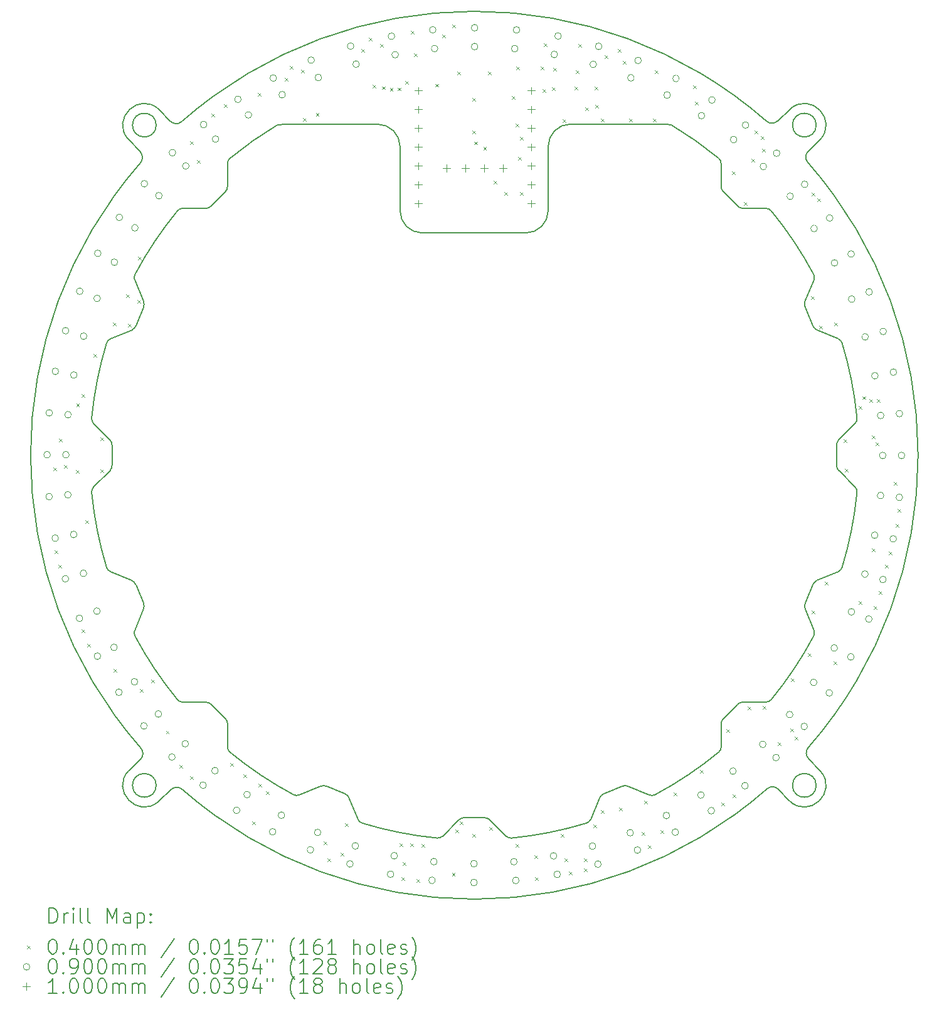
<source format=gbr>
%TF.GenerationSoftware,KiCad,Pcbnew,7.0.9*%
%TF.CreationDate,2024-06-22T14:18:42+09:00*%
%TF.ProjectId,Center_Line,43656e74-6572-45f4-9c69-6e652e6b6963,rev?*%
%TF.SameCoordinates,PX914aa10PY60e6338*%
%TF.FileFunction,Drillmap*%
%TF.FilePolarity,Positive*%
%FSLAX45Y45*%
G04 Gerber Fmt 4.5, Leading zero omitted, Abs format (unit mm)*
G04 Created by KiCad (PCBNEW 7.0.9) date 2024-06-22 14:18:42*
%MOMM*%
%LPD*%
G01*
G04 APERTURE LIST*
%ADD10C,0.200000*%
%ADD11C,0.100000*%
G04 APERTURE END LIST*
D10*
X4615702Y-4456314D02*
G75*
G03*
X4615702Y-4456314I-160000J0D01*
G01*
X4615702Y4453231D02*
G75*
G03*
X4615702Y4453231I-160000J0D01*
G01*
X-4293844Y-4456314D02*
G75*
G03*
X-4293844Y-4456314I-160000J0D01*
G01*
X-4293844Y4453231D02*
G75*
G03*
X-4293844Y4453231I-160000J0D01*
G01*
X3332008Y3936267D02*
G75*
G03*
X3299204Y4005637I-90000J-119D01*
G01*
X3332426Y3618865D02*
X3332008Y3936267D01*
X3332426Y3618865D02*
G75*
G03*
X3364226Y3550665I109582J9582D01*
G01*
X3553135Y3361756D02*
X3364226Y3550665D01*
X3553135Y3361756D02*
G75*
G03*
X3630917Y3329538I77781J77781D01*
G01*
X3938619Y3329538D02*
X3630917Y3329538D01*
X4008107Y3296734D02*
G75*
G03*
X3938619Y3329538I-69489J-57196D01*
G01*
X4581618Y2438414D02*
G75*
G03*
X4008107Y3296734I-4580690J-2439955D01*
G01*
X4585379Y2361770D02*
G75*
G03*
X4581619Y2438414I-83195J34332D01*
G01*
X4464301Y2068369D02*
X4585379Y2361770D01*
X4464301Y2068369D02*
G75*
G03*
X4467581Y1993191I104907J-33083D01*
G01*
X4569818Y1746370D02*
X4467581Y1993191D01*
X4569818Y1746370D02*
G75*
G03*
X4629350Y1686838I101627J42095D01*
G01*
X4913629Y1569086D02*
X4629350Y1686838D01*
X4965274Y1512186D02*
G75*
G03*
X4913629Y1569086I-86086J-26249D01*
G01*
X5166665Y499729D02*
G75*
G03*
X4965274Y1512186I-5165728J-501269D01*
G01*
X5140809Y427481D02*
G75*
G03*
X5166665Y499729I-63723J63556D01*
G01*
X4916667Y202748D02*
X5140809Y427481D01*
X4916667Y202748D02*
G75*
G03*
X4890929Y132037I84261J-70711D01*
G01*
X4890929Y-135120D02*
X4890929Y132037D01*
X4890929Y-135120D02*
G75*
G03*
X4923147Y-212902I110000J0D01*
G01*
X5140725Y-430480D02*
X4923147Y-212902D01*
X5166665Y-502812D02*
G75*
G03*
X5140725Y-430480I-89579J8693D01*
G01*
X4965274Y-1515269D02*
G75*
G03*
X5166665Y-502812I-4964338J1513726D01*
G01*
X4913739Y-1572123D02*
G75*
G03*
X4965274Y-1515269I-34552J83104D01*
G01*
X4620657Y-1693974D02*
X4913739Y-1572124D01*
X4620657Y-1693974D02*
G75*
G03*
X4569818Y-1749453I50787J-97573D01*
G01*
X4467581Y-1996274D02*
X4569818Y-1749453D01*
X4467582Y-1996274D02*
G75*
G03*
X4467582Y-2080464I101626J-42095D01*
G01*
X4585334Y-2364744D02*
X4467581Y-2080464D01*
X4581619Y-2441497D02*
G75*
G03*
X4585334Y-2364744I-79434J42311D01*
G01*
X4008107Y-3299817D02*
G75*
G03*
X4581619Y-2441497I-4007179J3298275D01*
G01*
X3938737Y-3332621D02*
G75*
G03*
X4008107Y-3299816I-119J90000D01*
G01*
X3621335Y-3333039D02*
X3938737Y-3332621D01*
X3621335Y-3333039D02*
G75*
G03*
X3553135Y-3364839I9582J-109582D01*
G01*
X3364226Y-3553748D02*
X3553135Y-3364839D01*
X3364226Y-3553748D02*
G75*
G03*
X3332008Y-3631530I77781J-77781D01*
G01*
X3332008Y-3939232D02*
X3332008Y-3631530D01*
X3299204Y-4008720D02*
G75*
G03*
X3332008Y-3939232I-57196J69489D01*
G01*
X2440884Y-4582231D02*
G75*
G03*
X3299204Y-4008720I-2439955J4580690D01*
G01*
X2364241Y-4585992D02*
G75*
G03*
X2440884Y-4582231I34332J83195D01*
G01*
X2070839Y-4464914D02*
X2364241Y-4585992D01*
X2070839Y-4464914D02*
G75*
G03*
X1995661Y-4468194I-33083J-104907D01*
G01*
X1748840Y-4570431D02*
X1995661Y-4468194D01*
X1748840Y-4570431D02*
G75*
G03*
X1689309Y-4629962I42095J-101627D01*
G01*
X1571556Y-4914242D02*
X1689309Y-4629962D01*
X1514657Y-4965887D02*
G75*
G03*
X1571556Y-4914242I-26249J86086D01*
G01*
X502199Y-5167277D02*
G75*
G03*
X1514657Y-4965887I-501269J5165728D01*
G01*
X429951Y-5141422D02*
G75*
G03*
X502199Y-5167277I63556J63723D01*
G01*
X205218Y-4917280D02*
X429951Y-5141422D01*
X205218Y-4917280D02*
G75*
G03*
X134507Y-4891542I-70711J-84261D01*
G01*
X-132650Y-4891542D02*
X134507Y-4891542D01*
X-132650Y-4891542D02*
G75*
G03*
X-210432Y-4923760I0J-110000D01*
G01*
X-428010Y-5141338D02*
X-210432Y-4923760D01*
X-500342Y-5167280D02*
G75*
G03*
X-428010Y-5141338I8691J89578D01*
G01*
X-1512799Y-4965887D02*
G75*
G03*
X-500342Y-5167277I1513726J4964338D01*
G01*
X-1569653Y-4914351D02*
G75*
G03*
X-1512799Y-4965887I83102J34550D01*
G01*
X-1691504Y-4621270D02*
X-1569653Y-4914351D01*
X-1691504Y-4621270D02*
G75*
G03*
X-1746983Y-4570431I-97577J-50792D01*
G01*
X-1993804Y-4468194D02*
X-1746983Y-4570431D01*
X-1993804Y-4468194D02*
G75*
G03*
X-2077994Y-4468194I-42095J-101626D01*
G01*
X-2362274Y-4585947D02*
X-2077994Y-4468194D01*
X-2439025Y-4582228D02*
G75*
G03*
X-2362274Y-4585947I42314J79427D01*
G01*
X-3297346Y-4008720D02*
G75*
G03*
X-2439027Y-4582231I3298276J4007179D01*
G01*
X-3330151Y-3939350D02*
G75*
G03*
X-3297346Y-4008720I90000J119D01*
G01*
X-3330569Y-3621948D02*
X-3330151Y-3939350D01*
X-3330568Y-3621948D02*
G75*
G03*
X-3362369Y-3553748I-109583J-9584D01*
G01*
X-3551278Y-3364839D02*
X-3362369Y-3553748D01*
X-3551279Y-3364840D02*
G75*
G03*
X-3629060Y-3332621I-77783J-77781D01*
G01*
X-3936761Y-3332621D02*
X-3629060Y-3332621D01*
X-4006250Y-3299816D02*
G75*
G03*
X-3936761Y-3332621I69489J57195D01*
G01*
X-4579761Y-2441497D02*
G75*
G03*
X-4006250Y-3299817I4580690J2439956D01*
G01*
X-4583525Y-2364852D02*
G75*
G03*
X-4579761Y-2441497I83194J-34329D01*
G01*
X-4462443Y-2071452D02*
X-4583522Y-2364853D01*
X-4462442Y-2071452D02*
G75*
G03*
X-4465724Y-1996274I-104909J33081D01*
G01*
X-4567961Y-1749453D02*
X-4465724Y-1996274D01*
X-4567961Y-1749453D02*
G75*
G03*
X-4627492Y-1689921I-101630J-42098D01*
G01*
X-4911772Y-1572169D02*
X-4627492Y-1689921D01*
X-4963417Y-1515269D02*
G75*
G03*
X-4911772Y-1572169I86085J26248D01*
G01*
X-5164807Y-502812D02*
G75*
G03*
X-4963417Y-1515269I5165728J501268D01*
G01*
X-5138950Y-430566D02*
G75*
G03*
X-5164807Y-502812I63718J-63556D01*
G01*
X-4914810Y-205831D02*
X-5138951Y-430564D01*
X-4914809Y-205831D02*
G75*
G03*
X-4889071Y-135120I-84262J70710D01*
G01*
X-4889071Y132037D02*
X-4889071Y-135120D01*
X-4889072Y132037D02*
G75*
G03*
X-4921290Y209819I-109999J1D01*
G01*
X-5138868Y427397D02*
X-4921290Y209819D01*
X-5164810Y499729D02*
G75*
G03*
X-5138868Y427397I89578J-8691D01*
G01*
X-4963416Y1512186D02*
G75*
G03*
X-5164807Y499729I4964335J-1513728D01*
G01*
X-4911881Y1569041D02*
G75*
G03*
X-4963417Y1512186I34550J-83102D01*
G01*
X-4618800Y1690891D02*
X-4911881Y1569041D01*
X-4618800Y1690891D02*
G75*
G03*
X-4567961Y1746370I-50792J97577D01*
G01*
X-4465724Y1993191D02*
X-4567961Y1746370D01*
X-4465726Y1993192D02*
G75*
G03*
X-4465724Y2077381I-101626J42097D01*
G01*
X-4583476Y2361661D02*
X-4465724Y2077381D01*
X-4579758Y2438412D02*
G75*
G03*
X-4583476Y2361661I79427J-42314D01*
G01*
X-4006250Y3296734D02*
G75*
G03*
X-4579761Y2438414I4007179J-3298276D01*
G01*
X-3936880Y3329538D02*
G75*
G03*
X-4006250Y3296734I119J-90000D01*
G01*
X-3619478Y3329956D02*
X-3936880Y3329538D01*
X-3619478Y3329955D02*
G75*
G03*
X-3551278Y3361756I-9584J109583D01*
G01*
X-3362369Y3550665D02*
X-3551278Y3361756D01*
X-3362370Y3550666D02*
G75*
G03*
X-3330151Y3628447I-77781J77783D01*
G01*
X-3330151Y3936149D02*
X-3330151Y3628447D01*
X-3297346Y4005637D02*
G75*
G03*
X-3330151Y3936149I57195J-69489D01*
G01*
X-2665660Y4451031D02*
G75*
G03*
X-3297346Y4005637I2666596J-4452582D01*
G01*
X-2580643Y4463404D02*
G75*
G03*
X-2665660Y4451031I252J-300005D01*
G01*
X-1302742Y4464453D02*
X-2580643Y4463403D01*
X-1002497Y4164700D02*
G75*
G03*
X-1302742Y4464453I-300000J-246D01*
G01*
X-1001783Y3297635D02*
X-1002496Y4164700D01*
X-1001783Y3297635D02*
G75*
G03*
X-701537Y2997882I300000J247D01*
G01*
X698463Y2999033D02*
X-701537Y2997882D01*
X698463Y2999033D02*
G75*
G03*
X998216Y3299279I-247J300000D01*
G01*
X997503Y4166343D02*
X998216Y3299279D01*
X1297257Y4466590D02*
G75*
G03*
X997503Y4166343I247J-300000D01*
G01*
X2575157Y4467640D02*
X1297257Y4466590D01*
X2660195Y4455409D02*
G75*
G03*
X2575157Y4467640I-84791J-287764D01*
G01*
X3299204Y4005637D02*
G75*
G03*
X2660195Y4455409I-3298272J-4007173D01*
G01*
X4508589Y4102963D02*
X4663148Y4250584D01*
X4508589Y4102963D02*
G75*
G03*
X4501909Y3950835I75976J-79547D01*
G01*
X4508495Y-3946405D02*
G75*
G03*
X4501909Y3950835I-4507566J3944864D01*
G01*
X4508495Y-3946405D02*
G75*
G03*
X4511610Y-4094704I82777J-72443D01*
G01*
X4671956Y-4263095D02*
X4511610Y-4094704D01*
X4253054Y-4663760D02*
G75*
G03*
X4671956Y-4263095I202648J207446D01*
G01*
X4105433Y-4509201D02*
X4253054Y-4663760D01*
X4105433Y-4509201D02*
G75*
G03*
X3953305Y-4502522I-79547J-75976D01*
G01*
X-3943935Y-4509107D02*
G75*
G03*
X3953305Y-4502522I3944864J4507566D01*
G01*
X-3943938Y-4509111D02*
G75*
G03*
X-4092234Y-4512223I-72444J-82771D01*
G01*
X-4260624Y-4672569D02*
X-4092234Y-4512223D01*
X-4661290Y-4253667D02*
G75*
G03*
X-4260624Y-4672569I207446J-202648D01*
G01*
X-4506731Y-4106046D02*
X-4661290Y-4253667D01*
X-4506729Y-4106048D02*
G75*
G03*
X-4500052Y-3953918I-75983J79547D01*
G01*
X-4506637Y3943322D02*
G75*
G03*
X-4500051Y-3953918I4507566J-3944863D01*
G01*
X-4506638Y3943322D02*
G75*
G03*
X-4509753Y4091621I-82777J72443D01*
G01*
X-4670099Y4260012D02*
X-4509753Y4091621D01*
X-4251196Y4660677D02*
G75*
G03*
X-4670099Y4260012I-202645J-207449D01*
G01*
X-4103575Y4506118D02*
X-4251196Y4660677D01*
X-4103578Y4506116D02*
G75*
G03*
X-3951448Y4499439I79547J75983D01*
G01*
X3945792Y4506025D02*
G75*
G03*
X-3951448Y4499439I-3944864J-4507566D01*
G01*
X3945792Y4506025D02*
G75*
G03*
X4094091Y4509140I72443J82777D01*
G01*
X4262482Y4669486D02*
X4094091Y4509140D01*
X4663148Y4250584D02*
G75*
G03*
X4262482Y4669486I-207446J202648D01*
G01*
D11*
X-5683090Y-169870D02*
X-5643090Y-209870D01*
X-5643090Y-169870D02*
X-5683090Y-209870D01*
X-5666420Y-1287480D02*
X-5626420Y-1327480D01*
X-5626420Y-1287480D02*
X-5666420Y-1327480D01*
X-5615620Y-1477980D02*
X-5575620Y-1517980D01*
X-5575620Y-1477980D02*
X-5615620Y-1517980D01*
X-5602920Y223820D02*
X-5562920Y183820D01*
X-5562920Y223820D02*
X-5602920Y183820D01*
X-5535670Y-135335D02*
X-5495670Y-175335D01*
X-5495670Y-135335D02*
X-5535670Y-175335D01*
X-5378130Y-204170D02*
X-5338130Y-244170D01*
X-5338130Y-204170D02*
X-5378130Y-244170D01*
X-5371896Y695023D02*
X-5331896Y655023D01*
X-5331896Y695023D02*
X-5371896Y655023D01*
X-5299346Y823260D02*
X-5259346Y783260D01*
X-5259346Y823260D02*
X-5299346Y783260D01*
X-5298120Y-2354280D02*
X-5258120Y-2394280D01*
X-5258120Y-2354280D02*
X-5298120Y-2394280D01*
X-5251790Y-876770D02*
X-5211790Y-916770D01*
X-5211790Y-876770D02*
X-5251790Y-916770D01*
X-5221920Y-2544780D02*
X-5181920Y-2584780D01*
X-5181920Y-2544780D02*
X-5221920Y-2584780D01*
X-5141050Y1362060D02*
X-5101050Y1322060D01*
X-5101050Y1362060D02*
X-5141050Y1322060D01*
X-5044120Y236520D02*
X-5004120Y196520D01*
X-5004120Y236520D02*
X-5044120Y196520D01*
X-5044120Y-195280D02*
X-5004120Y-235280D01*
X-5004120Y-195280D02*
X-5044120Y-235280D01*
X-4879020Y1785920D02*
X-4839020Y1745920D01*
X-4839020Y1785920D02*
X-4879020Y1745920D01*
X-4866320Y-2887680D02*
X-4826320Y-2927680D01*
X-4826320Y-2887680D02*
X-4866320Y-2927680D01*
X-4701213Y2166920D02*
X-4661213Y2126920D01*
X-4661213Y2166920D02*
X-4701213Y2126920D01*
X-4675820Y1773220D02*
X-4635820Y1733220D01*
X-4635820Y1773220D02*
X-4675820Y1733220D01*
X-4548820Y2090720D02*
X-4508820Y2050720D01*
X-4508820Y2090720D02*
X-4548820Y2050720D01*
X-4536120Y2674920D02*
X-4496120Y2634920D01*
X-4496120Y2674920D02*
X-4536120Y2634920D01*
X-4510720Y-3154380D02*
X-4470720Y-3194380D01*
X-4470720Y-3154380D02*
X-4510720Y-3194380D01*
X-4358320Y-3027380D02*
X-4318320Y-3067380D01*
X-4318320Y-3027380D02*
X-4358320Y-3067380D01*
X-4161040Y-3719100D02*
X-4121040Y-3759100D01*
X-4121040Y-3719100D02*
X-4161040Y-3759100D01*
X-3977320Y-4183080D02*
X-3937320Y-4223080D01*
X-3937320Y-4183080D02*
X-3977320Y-4223080D01*
X-3837620Y4237020D02*
X-3797620Y4197020D01*
X-3797620Y4237020D02*
X-3837620Y4197020D01*
X-3837620Y-4335480D02*
X-3797620Y-4375480D01*
X-3797620Y-4335480D02*
X-3837620Y-4375480D01*
X-3741806Y3979219D02*
X-3701806Y3939219D01*
X-3701806Y3979219D02*
X-3741806Y3939219D01*
X-3545520Y4605320D02*
X-3505520Y4565320D01*
X-3505520Y4605320D02*
X-3545520Y4565320D01*
X-3380420Y4732320D02*
X-3340420Y4692320D01*
X-3340420Y4732320D02*
X-3380420Y4692320D01*
X-3291520Y-4157680D02*
X-3251520Y-4197680D01*
X-3251520Y-4157680D02*
X-3291520Y-4197680D01*
X-3113720Y-4310080D02*
X-3073720Y-4350080D01*
X-3073720Y-4310080D02*
X-3113720Y-4350080D01*
X-2999420Y-4945080D02*
X-2959420Y-4985080D01*
X-2959420Y-4945080D02*
X-2999420Y-4985080D01*
X-2923220Y4884720D02*
X-2883220Y4844720D01*
X-2883220Y4884720D02*
X-2923220Y4844720D01*
X-2910520Y-4437080D02*
X-2870520Y-4477080D01*
X-2870520Y-4437080D02*
X-2910520Y-4477080D01*
X-2808920Y-4538680D02*
X-2768920Y-4578680D01*
X-2768920Y-4538680D02*
X-2808920Y-4578680D01*
X-2554920Y5087920D02*
X-2514920Y5047920D01*
X-2514920Y5087920D02*
X-2554920Y5047920D01*
X-2491420Y5253020D02*
X-2451420Y5213020D01*
X-2451420Y5253020D02*
X-2491420Y5213020D01*
X-2339020Y5202220D02*
X-2299020Y5162220D01*
X-2299020Y5202220D02*
X-2339020Y5162220D01*
X-2313620Y4549440D02*
X-2273620Y4509440D01*
X-2273620Y4549440D02*
X-2313620Y4509440D01*
X-2138360Y4617444D02*
X-2098360Y4577444D01*
X-2098360Y4617444D02*
X-2138360Y4577444D01*
X-2034220Y-5211780D02*
X-1994220Y-5251780D01*
X-1994220Y-5211780D02*
X-2034220Y-5251780D01*
X-1983420Y-5440380D02*
X-1943420Y-5480380D01*
X-1943420Y-5440380D02*
X-1983420Y-5480380D01*
X-1805620Y-5364180D02*
X-1765620Y-5404180D01*
X-1765620Y-5364180D02*
X-1805620Y-5404180D01*
X-1742120Y-4970480D02*
X-1702120Y-5010480D01*
X-1702120Y-4970480D02*
X-1742120Y-5010480D01*
X-1526220Y5481620D02*
X-1486220Y5441620D01*
X-1486220Y5481620D02*
X-1526220Y5441620D01*
X-1424620Y5634020D02*
X-1384620Y5594020D01*
X-1384620Y5634020D02*
X-1424620Y5594020D01*
X-1373820Y4999020D02*
X-1333820Y4959020D01*
X-1333820Y4999020D02*
X-1373820Y4959020D01*
X-1272220Y5545120D02*
X-1232220Y5505120D01*
X-1232220Y5545120D02*
X-1272220Y5505120D01*
X-1246820Y4975670D02*
X-1206820Y4935670D01*
X-1206820Y4975670D02*
X-1246820Y4935670D01*
X-1139730Y4955430D02*
X-1099730Y4915430D01*
X-1099730Y4955430D02*
X-1139730Y4915430D01*
X-1033448Y4959252D02*
X-993448Y4919252D01*
X-993448Y4959252D02*
X-1033448Y4919252D01*
X-1005520Y-5237180D02*
X-965520Y-5277180D01*
X-965520Y-5237180D02*
X-1005520Y-5277180D01*
X-980120Y-5694380D02*
X-940120Y-5734380D01*
X-940120Y-5694380D02*
X-980120Y-5734380D01*
X-967420Y-5491180D02*
X-927420Y-5531180D01*
X-927420Y-5491180D02*
X-967420Y-5531180D01*
X-933170Y5046830D02*
X-893170Y5006830D01*
X-893170Y5046830D02*
X-933170Y5006830D01*
X-865820Y-5237180D02*
X-825820Y-5277180D01*
X-825820Y-5237180D02*
X-865820Y-5277180D01*
X-853120Y5722920D02*
X-813120Y5682920D01*
X-813120Y5722920D02*
X-853120Y5682920D01*
X-815020Y5418120D02*
X-775020Y5378120D01*
X-775020Y5418120D02*
X-815020Y5378120D01*
X-776920Y-5719780D02*
X-736920Y-5759780D01*
X-736920Y-5719780D02*
X-776920Y-5759780D01*
X-708340Y-5249880D02*
X-668340Y-5289880D01*
X-668340Y-5249880D02*
X-708340Y-5289880D01*
X-522920Y5010510D02*
X-482920Y4970510D01*
X-482920Y5010510D02*
X-522920Y4970510D01*
X-434020Y5672120D02*
X-394020Y5632120D01*
X-394020Y5672120D02*
X-434020Y5632120D01*
X-300670Y-5637230D02*
X-260670Y-5677230D01*
X-260670Y-5637230D02*
X-300670Y-5677230D01*
X-294320Y5811820D02*
X-254320Y5771820D01*
X-254320Y5811820D02*
X-294320Y5771820D01*
X-251140Y-5054300D02*
X-211140Y-5094300D01*
X-211140Y-5054300D02*
X-251140Y-5094300D01*
X-230820Y5176820D02*
X-190820Y5136820D01*
X-190820Y5176820D02*
X-230820Y5136820D01*
X-192720Y-4945080D02*
X-152720Y-4985080D01*
X-152720Y-4945080D02*
X-192720Y-4985080D01*
X-27620Y4821220D02*
X12380Y4781220D01*
X12380Y4821220D02*
X-27620Y4781220D01*
X-27620Y4376720D02*
X12380Y4336720D01*
X12380Y4376720D02*
X-27620Y4336720D01*
X-27620Y-5110180D02*
X12380Y-5150180D01*
X12380Y-5110180D02*
X-27620Y-5150180D01*
X2860Y4230730D02*
X42860Y4190730D01*
X42860Y4230730D02*
X2860Y4190730D01*
X122240Y4158280D02*
X162240Y4118280D01*
X162240Y4158280D02*
X122240Y4118280D01*
X188280Y5176820D02*
X228280Y5136820D01*
X228280Y5176820D02*
X188280Y5136820D01*
X200980Y-5021280D02*
X240980Y-5061280D01*
X240980Y-5021280D02*
X200980Y-5061280D01*
X264480Y3703620D02*
X304480Y3663620D01*
X304480Y3703620D02*
X264480Y3663620D01*
X404180Y3551220D02*
X444180Y3511220D01*
X444180Y3551220D02*
X404180Y3511220D01*
X505504Y4846896D02*
X545504Y4806896D01*
X545504Y4846896D02*
X505504Y4806896D01*
X556580Y-5249880D02*
X596580Y-5289880D01*
X596580Y-5249880D02*
X556580Y-5289880D01*
X559435Y4474885D02*
X599435Y4434885D01*
X599435Y4474885D02*
X559435Y4434885D01*
X569280Y5240320D02*
X609280Y5200320D01*
X609280Y5240320D02*
X569280Y5200320D01*
X594680Y4021120D02*
X634680Y3981120D01*
X634680Y4021120D02*
X594680Y3981120D01*
X616255Y4295865D02*
X656255Y4255865D01*
X656255Y4295865D02*
X616255Y4255865D01*
X620080Y3551220D02*
X660080Y3511220D01*
X660080Y3551220D02*
X620080Y3511220D01*
X810580Y-5402280D02*
X850580Y-5442280D01*
X850580Y-5402280D02*
X810580Y-5442280D01*
X823280Y-5694380D02*
X863280Y-5734380D01*
X863280Y-5694380D02*
X823280Y-5734380D01*
X899480Y5240320D02*
X939480Y5200320D01*
X939480Y5240320D02*
X899480Y5200320D01*
X924880Y4935520D02*
X964880Y4895520D01*
X964880Y4935520D02*
X924880Y4895520D01*
X937580Y5557820D02*
X977580Y5517820D01*
X977580Y5557820D02*
X937580Y5517820D01*
X1051880Y4960920D02*
X1091880Y4920920D01*
X1091880Y4960920D02*
X1051880Y4920920D01*
X1064580Y5227620D02*
X1104580Y5187620D01*
X1104580Y5227620D02*
X1064580Y5187620D01*
X1166180Y-5110180D02*
X1206180Y-5150180D01*
X1206180Y-5110180D02*
X1166180Y-5150180D01*
X1191580Y4529120D02*
X1231580Y4489120D01*
X1231580Y4529120D02*
X1191580Y4489120D01*
X1216980Y-5440380D02*
X1256980Y-5480380D01*
X1256980Y-5440380D02*
X1216980Y-5480380D01*
X1280480Y-5618180D02*
X1320480Y-5658180D01*
X1320480Y-5618180D02*
X1280480Y-5658180D01*
X1356680Y4973620D02*
X1396680Y4933620D01*
X1396680Y4973620D02*
X1356680Y4933620D01*
X1369380Y5189520D02*
X1409380Y5149520D01*
X1409380Y5189520D02*
X1369380Y5149520D01*
X1407480Y5545120D02*
X1447480Y5505120D01*
X1447480Y5545120D02*
X1407480Y5505120D01*
X1483680Y-5440380D02*
X1523680Y-5480380D01*
X1523680Y-5440380D02*
X1483680Y-5480380D01*
X1483680Y-5580080D02*
X1523680Y-5620080D01*
X1523680Y-5580080D02*
X1483680Y-5620080D01*
X1496380Y4693610D02*
X1536380Y4653610D01*
X1536380Y4693610D02*
X1496380Y4653610D01*
X1610680Y-4983180D02*
X1650680Y-5023180D01*
X1650680Y-4983180D02*
X1610680Y-5023180D01*
X1623380Y4973620D02*
X1663380Y4933620D01*
X1663380Y4973620D02*
X1623380Y4933620D01*
X1634580Y4727350D02*
X1674580Y4687350D01*
X1674580Y4727350D02*
X1634580Y4687350D01*
X1712280Y4541820D02*
X1752280Y4501820D01*
X1752280Y4541820D02*
X1712280Y4501820D01*
X1712280Y-4792680D02*
X1752280Y-4832680D01*
X1752280Y-4792680D02*
X1712280Y-4832680D01*
X1763080Y5392720D02*
X1803080Y5352720D01*
X1803080Y5392720D02*
X1763080Y5352720D01*
X1940880Y5481620D02*
X1980880Y5441620D01*
X1980880Y5481620D02*
X1940880Y5441620D01*
X1953580Y-4754580D02*
X1993580Y-4794580D01*
X1993580Y-4754580D02*
X1953580Y-4794580D01*
X2004380Y5316520D02*
X2044380Y5276520D01*
X2044380Y5316520D02*
X2004380Y5276520D01*
X2093280Y4541820D02*
X2133280Y4501820D01*
X2133280Y4541820D02*
X2093280Y4501820D01*
X2258380Y-5084780D02*
X2298380Y-5124780D01*
X2298380Y-5084780D02*
X2258380Y-5124780D01*
X2296480Y-4665680D02*
X2336480Y-4705680D01*
X2336480Y-4665680D02*
X2296480Y-4705680D01*
X2347280Y-5262580D02*
X2387280Y-5302580D01*
X2387280Y-5262580D02*
X2347280Y-5302580D01*
X2410780Y4541820D02*
X2450780Y4501820D01*
X2450780Y4541820D02*
X2410780Y4501820D01*
X2436180Y5189520D02*
X2476180Y5149520D01*
X2476180Y5189520D02*
X2436180Y5149520D01*
X2512380Y-5059380D02*
X2552380Y-5099380D01*
X2552380Y-5059380D02*
X2512380Y-5099380D01*
X2690180Y-4551380D02*
X2730180Y-4591380D01*
X2730180Y-4551380D02*
X2690180Y-4591380D01*
X2956880Y4986320D02*
X2996880Y4946320D01*
X2996880Y4986320D02*
X2956880Y4946320D01*
X2982280Y4770420D02*
X3022280Y4730420D01*
X3022280Y4770420D02*
X2982280Y4730420D01*
X3045780Y-4246580D02*
X3085780Y-4286580D01*
X3085780Y-4246580D02*
X3045780Y-4286580D01*
X3337880Y-4691080D02*
X3377880Y-4731080D01*
X3377880Y-4691080D02*
X3337880Y-4731080D01*
X3401380Y-3700480D02*
X3441380Y-3740480D01*
X3441380Y-3700480D02*
X3401380Y-3740480D01*
X3477580Y3830620D02*
X3517580Y3790620D01*
X3517580Y3830620D02*
X3477580Y3790620D01*
X3490280Y-4576780D02*
X3530280Y-4616780D01*
X3530280Y-4576780D02*
X3490280Y-4616780D01*
X3642680Y3411520D02*
X3682680Y3371520D01*
X3682680Y3411520D02*
X3642680Y3371520D01*
X3693480Y-3395680D02*
X3733480Y-3435680D01*
X3733480Y-3395680D02*
X3693480Y-3435680D01*
X3744280Y3995720D02*
X3784280Y3955720D01*
X3784280Y3995720D02*
X3744280Y3955720D01*
X3782380Y4376720D02*
X3822380Y4336720D01*
X3822380Y4376720D02*
X3782380Y4336720D01*
X3871280Y4300520D02*
X3911280Y4260520D01*
X3911280Y4300520D02*
X3871280Y4260520D01*
X3883980Y4135420D02*
X3923980Y4095420D01*
X3923980Y4135420D02*
X3883980Y4095420D01*
X3896680Y-3382980D02*
X3936680Y-3422980D01*
X3936680Y-3382980D02*
X3896680Y-3422980D01*
X4099880Y-3878280D02*
X4139880Y-3918280D01*
X4139880Y-3878280D02*
X4099880Y-3918280D01*
X4264980Y-3687780D02*
X4304980Y-3727780D01*
X4304980Y-3687780D02*
X4264980Y-3727780D01*
X4277680Y-3014680D02*
X4317680Y-3054680D01*
X4317680Y-3014680D02*
X4277680Y-3054680D01*
X4328480Y-3802080D02*
X4368480Y-3842080D01*
X4368480Y-3802080D02*
X4328480Y-3842080D01*
X4506280Y-2671780D02*
X4546280Y-2711780D01*
X4546280Y-2671780D02*
X4506280Y-2711780D01*
X4544380Y2141520D02*
X4584380Y2101520D01*
X4584380Y2141520D02*
X4544380Y2101520D01*
X4557080Y3538520D02*
X4597080Y3498520D01*
X4597080Y3538520D02*
X4557080Y3498520D01*
X4557080Y-2100280D02*
X4597080Y-2140280D01*
X4597080Y-2100280D02*
X4557080Y-2140280D01*
X4633280Y3462320D02*
X4673280Y3422320D01*
X4673280Y3462320D02*
X4633280Y3422320D01*
X4658680Y1747820D02*
X4698680Y1707820D01*
X4698680Y1747820D02*
X4658680Y1707820D01*
X4734880Y-1706580D02*
X4774880Y-1746580D01*
X4774880Y-1706580D02*
X4734880Y-1746580D01*
X4849180Y-2786080D02*
X4889180Y-2826080D01*
X4889180Y-2786080D02*
X4849180Y-2826080D01*
X4861880Y1785920D02*
X4901880Y1745920D01*
X4901880Y1785920D02*
X4861880Y1745920D01*
X4988880Y211120D02*
X5028880Y171120D01*
X5028880Y211120D02*
X4988880Y171120D01*
X5001580Y-182580D02*
X5041580Y-222580D01*
X5041580Y-182580D02*
X5001580Y-222580D01*
X5189540Y660700D02*
X5229540Y620700D01*
X5229540Y660700D02*
X5189540Y620700D01*
X5192080Y-1973280D02*
X5232080Y-2013280D01*
X5232080Y-1973280D02*
X5192080Y-2013280D01*
X5239130Y792780D02*
X5279130Y752780D01*
X5279130Y792780D02*
X5239130Y752780D01*
X5333383Y757143D02*
X5373383Y717143D01*
X5373383Y757143D02*
X5333383Y717143D01*
X5369880Y261920D02*
X5409880Y221920D01*
X5409880Y261920D02*
X5369880Y221920D01*
X5369880Y-1262080D02*
X5409880Y-1302080D01*
X5409880Y-1262080D02*
X5369880Y-1302080D01*
X5395280Y-2036780D02*
X5435280Y-2076780D01*
X5435280Y-2036780D02*
X5395280Y-2076780D01*
X5420680Y173020D02*
X5460680Y133020D01*
X5460680Y173020D02*
X5420680Y133020D01*
X5435920Y757220D02*
X5475920Y717220D01*
X5475920Y757220D02*
X5435920Y717220D01*
X5458780Y-1833580D02*
X5498780Y-1873580D01*
X5498780Y-1833580D02*
X5458780Y-1873580D01*
X5547680Y-1477980D02*
X5587680Y-1517980D01*
X5587680Y-1477980D02*
X5547680Y-1517980D01*
X5598480Y-1300180D02*
X5638480Y-1340180D01*
X5638480Y-1300180D02*
X5598480Y-1340180D01*
X5661980Y-360380D02*
X5701980Y-400380D01*
X5701980Y-360380D02*
X5661980Y-400380D01*
X5687380Y-931880D02*
X5727380Y-971880D01*
X5727380Y-931880D02*
X5687380Y-971880D01*
X5712780Y-728680D02*
X5752780Y-768680D01*
X5752780Y-728680D02*
X5712780Y-768680D01*
X-5721920Y5080D02*
G75*
G03*
X-5721920Y5080I-45000J0D01*
G01*
X-5693653Y-560104D02*
G75*
G03*
X-5693653Y-560104I-45000J0D01*
G01*
X-5692658Y570214D02*
G75*
G03*
X-5692658Y570214I-45000J0D01*
G01*
X-5612101Y-1120088D02*
G75*
G03*
X-5612101Y-1120088I-45000J0D01*
G01*
X-5610119Y1130053D02*
G75*
G03*
X-5610119Y1130053I-45000J0D01*
G01*
X-5474116Y-1668897D02*
G75*
G03*
X-5474116Y-1668897I-45000J0D01*
G01*
X-5471167Y1678619D02*
G75*
G03*
X-5471167Y1678619I-45000J0D01*
G01*
X-5467920Y5080D02*
G75*
G03*
X-5467920Y5080I-45000J0D01*
G01*
X-5440877Y-535207D02*
G75*
G03*
X-5440877Y-535207I-45000J0D01*
G01*
X-5439881Y545318D02*
G75*
G03*
X-5439881Y545318I-45000J0D01*
G01*
X-5362982Y-1070535D02*
G75*
G03*
X-5362982Y-1070535I-45000J0D01*
G01*
X-5361000Y1080500D02*
G75*
G03*
X-5361000Y1080500I-45000J0D01*
G01*
X-5284883Y-2202211D02*
G75*
G03*
X-5284883Y-2202211I-45000J0D01*
G01*
X-5280995Y2211598D02*
G75*
G03*
X-5280995Y2211598I-45000J0D01*
G01*
X-5231053Y-1595165D02*
G75*
G03*
X-5231053Y-1595165I-45000J0D01*
G01*
X-5228104Y1604887D02*
G75*
G03*
X-5228104Y1604887I-45000J0D01*
G01*
X-5050218Y-2105010D02*
G75*
G03*
X-5050218Y-2105010I-45000J0D01*
G01*
X-5046330Y2114397D02*
G75*
G03*
X-5046330Y2114397I-45000J0D01*
G01*
X-5042482Y-2713556D02*
G75*
G03*
X-5042482Y-2713556I-45000J0D01*
G01*
X-5037693Y2722516D02*
G75*
G03*
X-5037693Y2722516I-45000J0D01*
G01*
X-4818474Y-2593821D02*
G75*
G03*
X-4818474Y-2593821I-45000J0D01*
G01*
X-4813685Y2602781D02*
G75*
G03*
X-4813685Y2602781I-45000J0D01*
G01*
X-4752841Y-3199705D02*
G75*
G03*
X-4752841Y-3199705I-45000J0D01*
G01*
X-4747196Y3208153D02*
G75*
G03*
X-4747196Y3208153I-45000J0D01*
G01*
X-4541648Y-3058590D02*
G75*
G03*
X-4541648Y-3058590I-45000J0D01*
G01*
X-4536003Y3067038D02*
G75*
G03*
X-4536003Y3067038I-45000J0D01*
G01*
X-4415339Y-3653934D02*
G75*
G03*
X-4415339Y-3653934I-45000J0D01*
G01*
X-4408894Y3661788D02*
G75*
G03*
X-4408894Y3661788I-45000J0D01*
G01*
X-4218995Y-3492798D02*
G75*
G03*
X-4218995Y-3492798I-45000J0D01*
G01*
X-4212549Y3500652D02*
G75*
G03*
X-4212549Y3500652I-45000J0D01*
G01*
X-4036420Y-4074236D02*
G75*
G03*
X-4036420Y-4074236I-45000J0D01*
G01*
X-4029236Y4081420D02*
G75*
G03*
X-4029236Y4081420I-45000J0D01*
G01*
X-3856815Y-3894631D02*
G75*
G03*
X-3856815Y-3894631I-45000J0D01*
G01*
X-3849631Y3901815D02*
G75*
G03*
X-3849631Y3901815I-45000J0D01*
G01*
X-3616788Y-4453894D02*
G75*
G03*
X-3616788Y-4453894I-45000J0D01*
G01*
X-3608934Y4460339D02*
G75*
G03*
X-3608934Y4460339I-45000J0D01*
G01*
X-3455652Y-4257549D02*
G75*
G03*
X-3455652Y-4257549I-45000J0D01*
G01*
X-3447798Y4263994D02*
G75*
G03*
X-3447798Y4263994I-45000J0D01*
G01*
X-3163153Y-4792196D02*
G75*
G03*
X-3163153Y-4792196I-45000J0D01*
G01*
X-3145240Y4801220D02*
G75*
G03*
X-3145240Y4801220I-45000J0D01*
G01*
X-3022038Y-4581003D02*
G75*
G03*
X-3022038Y-4581003I-45000J0D01*
G01*
X-3004125Y4590027D02*
G75*
G03*
X-3004125Y4590027I-45000J0D01*
G01*
X-2677516Y-5082693D02*
G75*
G03*
X-2677516Y-5082693I-45000J0D01*
G01*
X-2668556Y5087482D02*
G75*
G03*
X-2668556Y5087482I-45000J0D01*
G01*
X-2557781Y-4858685D02*
G75*
G03*
X-2557781Y-4858685I-45000J0D01*
G01*
X-2548821Y4863474D02*
G75*
G03*
X-2548821Y4863474I-45000J0D01*
G01*
X-2166598Y-5325995D02*
G75*
G03*
X-2166598Y-5325995I-45000J0D01*
G01*
X-2157211Y5329883D02*
G75*
G03*
X-2157211Y5329883I-45000J0D01*
G01*
X-2069396Y-5091330D02*
G75*
G03*
X-2069396Y-5091330I-45000J0D01*
G01*
X-2060010Y5095218D02*
G75*
G03*
X-2060010Y5095218I-45000J0D01*
G01*
X-1633619Y-5516167D02*
G75*
G03*
X-1633619Y-5516167I-45000J0D01*
G01*
X-1623897Y5519116D02*
G75*
G03*
X-1623897Y5519116I-45000J0D01*
G01*
X-1559887Y-5273104D02*
G75*
G03*
X-1559887Y-5273104I-45000J0D01*
G01*
X-1550165Y5276053D02*
G75*
G03*
X-1550165Y5276053I-45000J0D01*
G01*
X-1085053Y-5655119D02*
G75*
G03*
X-1085053Y-5655119I-45000J0D01*
G01*
X-1072600Y5652120D02*
G75*
G03*
X-1072600Y5652120I-45000J0D01*
G01*
X-1035500Y-5406000D02*
G75*
G03*
X-1035500Y-5406000I-45000J0D01*
G01*
X-1023047Y5403001D02*
G75*
G03*
X-1023047Y5403001I-45000J0D01*
G01*
X-525215Y-5737658D02*
G75*
G03*
X-525215Y-5737658I-45000J0D01*
G01*
X-515104Y5738653D02*
G75*
G03*
X-515104Y5738653I-45000J0D01*
G01*
X-500318Y-5484881D02*
G75*
G03*
X-500318Y-5484881I-45000J0D01*
G01*
X-490207Y5485877D02*
G75*
G03*
X-490207Y5485877I-45000J0D01*
G01*
X39920Y-5512920D02*
G75*
G03*
X39920Y-5512920I-45000J0D01*
G01*
X39920Y-5766920D02*
G75*
G03*
X39920Y-5766920I-45000J0D01*
G01*
X50080Y5766920D02*
G75*
G03*
X50080Y5766920I-45000J0D01*
G01*
X50080Y5512920D02*
G75*
G03*
X50080Y5512920I-45000J0D01*
G01*
X580207Y-5485877D02*
G75*
G03*
X580207Y-5485877I-45000J0D01*
G01*
X590318Y5484881D02*
G75*
G03*
X590318Y5484881I-45000J0D01*
G01*
X605104Y-5738654D02*
G75*
G03*
X605104Y-5738654I-45000J0D01*
G01*
X615215Y5737658D02*
G75*
G03*
X615215Y5737658I-45000J0D01*
G01*
X1115535Y-5407982D02*
G75*
G03*
X1115535Y-5407982I-45000J0D01*
G01*
X1125500Y5406000D02*
G75*
G03*
X1125500Y5406000I-45000J0D01*
G01*
X1165088Y-5657101D02*
G75*
G03*
X1165088Y-5657101I-45000J0D01*
G01*
X1175053Y5655119D02*
G75*
G03*
X1175053Y5655119I-45000J0D01*
G01*
X1640165Y-5276053D02*
G75*
G03*
X1640165Y-5276053I-45000J0D01*
G01*
X1649887Y5273104D02*
G75*
G03*
X1649887Y5273104I-45000J0D01*
G01*
X1713897Y-5519116D02*
G75*
G03*
X1713897Y-5519116I-45000J0D01*
G01*
X1723619Y5516167D02*
G75*
G03*
X1723619Y5516167I-45000J0D01*
G01*
X2150010Y-5095218D02*
G75*
G03*
X2150010Y-5095218I-45000J0D01*
G01*
X2159397Y5091330D02*
G75*
G03*
X2159397Y5091330I-45000J0D01*
G01*
X2247211Y-5329883D02*
G75*
G03*
X2247211Y-5329883I-45000J0D01*
G01*
X2256598Y5325995D02*
G75*
G03*
X2256598Y5325995I-45000J0D01*
G01*
X2638821Y-4863474D02*
G75*
G03*
X2638821Y-4863474I-45000J0D01*
G01*
X2647781Y4858685D02*
G75*
G03*
X2647781Y4858685I-45000J0D01*
G01*
X2758556Y-5087482D02*
G75*
G03*
X2758556Y-5087482I-45000J0D01*
G01*
X2767516Y5082693D02*
G75*
G03*
X2767516Y5082693I-45000J0D01*
G01*
X3103590Y-4586648D02*
G75*
G03*
X3103590Y-4586648I-45000J0D01*
G01*
X3112038Y4581003D02*
G75*
G03*
X3112038Y4581003I-45000J0D01*
G01*
X3244705Y-4797841D02*
G75*
G03*
X3244705Y-4797841I-45000J0D01*
G01*
X3253153Y4792196D02*
G75*
G03*
X3253153Y4792196I-45000J0D01*
G01*
X3537798Y-4263995D02*
G75*
G03*
X3537798Y-4263995I-45000J0D01*
G01*
X3545652Y4257549D02*
G75*
G03*
X3545652Y4257549I-45000J0D01*
G01*
X3698934Y-4460339D02*
G75*
G03*
X3698934Y-4460339I-45000J0D01*
G01*
X3706788Y4453894D02*
G75*
G03*
X3706788Y4453894I-45000J0D01*
G01*
X3939631Y-3901815D02*
G75*
G03*
X3939631Y-3901815I-45000J0D01*
G01*
X3946815Y3894631D02*
G75*
G03*
X3946815Y3894631I-45000J0D01*
G01*
X4119236Y-4081420D02*
G75*
G03*
X4119236Y-4081420I-45000J0D01*
G01*
X4126420Y4074236D02*
G75*
G03*
X4126420Y4074236I-45000J0D01*
G01*
X4302549Y-3500652D02*
G75*
G03*
X4302549Y-3500652I-45000J0D01*
G01*
X4308995Y3492798D02*
G75*
G03*
X4308995Y3492798I-45000J0D01*
G01*
X4498894Y-3661788D02*
G75*
G03*
X4498894Y-3661788I-45000J0D01*
G01*
X4505339Y3653934D02*
G75*
G03*
X4505339Y3653934I-45000J0D01*
G01*
X4626003Y-3067038D02*
G75*
G03*
X4626003Y-3067038I-45000J0D01*
G01*
X4631648Y3058590D02*
G75*
G03*
X4631648Y3058590I-45000J0D01*
G01*
X4837196Y-3208153D02*
G75*
G03*
X4837196Y-3208153I-45000J0D01*
G01*
X4842841Y3199705D02*
G75*
G03*
X4842841Y3199705I-45000J0D01*
G01*
X4903685Y-2602781D02*
G75*
G03*
X4903685Y-2602781I-45000J0D01*
G01*
X4908474Y2593821D02*
G75*
G03*
X4908474Y2593821I-45000J0D01*
G01*
X5127693Y-2722516D02*
G75*
G03*
X5127693Y-2722516I-45000J0D01*
G01*
X5132482Y2713556D02*
G75*
G03*
X5132482Y2713556I-45000J0D01*
G01*
X5136330Y-2114397D02*
G75*
G03*
X5136330Y-2114397I-45000J0D01*
G01*
X5140218Y2105010D02*
G75*
G03*
X5140218Y2105010I-45000J0D01*
G01*
X5318104Y-1604887D02*
G75*
G03*
X5318104Y-1604887I-45000J0D01*
G01*
X5321053Y1595165D02*
G75*
G03*
X5321053Y1595165I-45000J0D01*
G01*
X5370995Y-2211598D02*
G75*
G03*
X5370995Y-2211598I-45000J0D01*
G01*
X5374883Y2202211D02*
G75*
G03*
X5374883Y2202211I-45000J0D01*
G01*
X5451000Y-1080500D02*
G75*
G03*
X5451000Y-1080500I-45000J0D01*
G01*
X5452982Y1070535D02*
G75*
G03*
X5452982Y1070535I-45000J0D01*
G01*
X5529881Y-545318D02*
G75*
G03*
X5529881Y-545318I-45000J0D01*
G01*
X5530877Y535207D02*
G75*
G03*
X5530877Y535207I-45000J0D01*
G01*
X5557920Y-5080D02*
G75*
G03*
X5557920Y-5080I-45000J0D01*
G01*
X5561167Y-1678619D02*
G75*
G03*
X5561167Y-1678619I-45000J0D01*
G01*
X5564116Y1668897D02*
G75*
G03*
X5564116Y1668897I-45000J0D01*
G01*
X5700119Y-1130053D02*
G75*
G03*
X5700119Y-1130053I-45000J0D01*
G01*
X5702101Y1120088D02*
G75*
G03*
X5702101Y1120088I-45000J0D01*
G01*
X5782658Y-570215D02*
G75*
G03*
X5782658Y-570215I-45000J0D01*
G01*
X5783654Y560104D02*
G75*
G03*
X5783654Y560104I-45000J0D01*
G01*
X5811920Y-5080D02*
G75*
G03*
X5811920Y-5080I-45000J0D01*
G01*
X-751840Y4968060D02*
X-751840Y4868060D01*
X-801840Y4918060D02*
X-701840Y4918060D01*
X-751840Y4714060D02*
X-751840Y4614060D01*
X-801840Y4664060D02*
X-701840Y4664060D01*
X-751840Y4460060D02*
X-751840Y4360060D01*
X-801840Y4410060D02*
X-701840Y4410060D01*
X-751840Y4206060D02*
X-751840Y4106060D01*
X-801840Y4156060D02*
X-701840Y4156060D01*
X-751840Y3952060D02*
X-751840Y3852060D01*
X-801840Y3902060D02*
X-701840Y3902060D01*
X-751840Y3698060D02*
X-751840Y3598060D01*
X-801840Y3648060D02*
X-701840Y3648060D01*
X-751840Y3444060D02*
X-751840Y3344060D01*
X-801840Y3394060D02*
X-701840Y3394060D01*
X-374460Y3924700D02*
X-374460Y3824700D01*
X-424460Y3874700D02*
X-324460Y3874700D01*
X-120460Y3924700D02*
X-120460Y3824700D01*
X-170460Y3874700D02*
X-70460Y3874700D01*
X133540Y3924700D02*
X133540Y3824700D01*
X83540Y3874700D02*
X183540Y3874700D01*
X387540Y3924700D02*
X387540Y3824700D01*
X337540Y3874700D02*
X437540Y3874700D01*
X772160Y4968060D02*
X772160Y4868060D01*
X722160Y4918060D02*
X822160Y4918060D01*
X772160Y4714060D02*
X772160Y4614060D01*
X722160Y4664060D02*
X822160Y4664060D01*
X772160Y4460060D02*
X772160Y4360060D01*
X722160Y4410060D02*
X822160Y4410060D01*
X772160Y4206060D02*
X772160Y4106060D01*
X722160Y4156060D02*
X822160Y4156060D01*
X772160Y3952060D02*
X772160Y3852060D01*
X722160Y3902060D02*
X822160Y3902060D01*
X772160Y3698060D02*
X772160Y3598060D01*
X722160Y3648060D02*
X822160Y3648060D01*
X772160Y3444060D02*
X772160Y3344060D01*
X722160Y3394060D02*
X822160Y3394060D01*
D10*
X-5738294Y-6313025D02*
X-5738294Y-6113025D01*
X-5738294Y-6113025D02*
X-5690675Y-6113025D01*
X-5690675Y-6113025D02*
X-5662104Y-6122549D01*
X-5662104Y-6122549D02*
X-5643056Y-6141597D01*
X-5643056Y-6141597D02*
X-5633533Y-6160644D01*
X-5633533Y-6160644D02*
X-5624009Y-6198739D01*
X-5624009Y-6198739D02*
X-5624009Y-6227311D01*
X-5624009Y-6227311D02*
X-5633533Y-6265406D01*
X-5633533Y-6265406D02*
X-5643056Y-6284454D01*
X-5643056Y-6284454D02*
X-5662104Y-6303501D01*
X-5662104Y-6303501D02*
X-5690675Y-6313025D01*
X-5690675Y-6313025D02*
X-5738294Y-6313025D01*
X-5538295Y-6313025D02*
X-5538295Y-6179692D01*
X-5538295Y-6217787D02*
X-5528771Y-6198739D01*
X-5528771Y-6198739D02*
X-5519247Y-6189216D01*
X-5519247Y-6189216D02*
X-5500199Y-6179692D01*
X-5500199Y-6179692D02*
X-5481152Y-6179692D01*
X-5414485Y-6313025D02*
X-5414485Y-6179692D01*
X-5414485Y-6113025D02*
X-5424009Y-6122549D01*
X-5424009Y-6122549D02*
X-5414485Y-6132073D01*
X-5414485Y-6132073D02*
X-5404961Y-6122549D01*
X-5404961Y-6122549D02*
X-5414485Y-6113025D01*
X-5414485Y-6113025D02*
X-5414485Y-6132073D01*
X-5290676Y-6313025D02*
X-5309723Y-6303501D01*
X-5309723Y-6303501D02*
X-5319247Y-6284454D01*
X-5319247Y-6284454D02*
X-5319247Y-6113025D01*
X-5185914Y-6313025D02*
X-5204961Y-6303501D01*
X-5204961Y-6303501D02*
X-5214485Y-6284454D01*
X-5214485Y-6284454D02*
X-5214485Y-6113025D01*
X-4957342Y-6313025D02*
X-4957342Y-6113025D01*
X-4957342Y-6113025D02*
X-4890675Y-6255882D01*
X-4890675Y-6255882D02*
X-4824009Y-6113025D01*
X-4824009Y-6113025D02*
X-4824009Y-6313025D01*
X-4643056Y-6313025D02*
X-4643056Y-6208263D01*
X-4643056Y-6208263D02*
X-4652580Y-6189216D01*
X-4652580Y-6189216D02*
X-4671628Y-6179692D01*
X-4671628Y-6179692D02*
X-4709723Y-6179692D01*
X-4709723Y-6179692D02*
X-4728771Y-6189216D01*
X-4643056Y-6303501D02*
X-4662104Y-6313025D01*
X-4662104Y-6313025D02*
X-4709723Y-6313025D01*
X-4709723Y-6313025D02*
X-4728771Y-6303501D01*
X-4728771Y-6303501D02*
X-4738295Y-6284454D01*
X-4738295Y-6284454D02*
X-4738295Y-6265406D01*
X-4738295Y-6265406D02*
X-4728771Y-6246359D01*
X-4728771Y-6246359D02*
X-4709723Y-6236835D01*
X-4709723Y-6236835D02*
X-4662104Y-6236835D01*
X-4662104Y-6236835D02*
X-4643056Y-6227311D01*
X-4547818Y-6179692D02*
X-4547818Y-6379692D01*
X-4547818Y-6189216D02*
X-4528771Y-6179692D01*
X-4528771Y-6179692D02*
X-4490675Y-6179692D01*
X-4490675Y-6179692D02*
X-4471628Y-6189216D01*
X-4471628Y-6189216D02*
X-4462104Y-6198739D01*
X-4462104Y-6198739D02*
X-4452580Y-6217787D01*
X-4452580Y-6217787D02*
X-4452580Y-6274930D01*
X-4452580Y-6274930D02*
X-4462104Y-6293978D01*
X-4462104Y-6293978D02*
X-4471628Y-6303501D01*
X-4471628Y-6303501D02*
X-4490675Y-6313025D01*
X-4490675Y-6313025D02*
X-4528771Y-6313025D01*
X-4528771Y-6313025D02*
X-4547818Y-6303501D01*
X-4366866Y-6293978D02*
X-4357342Y-6303501D01*
X-4357342Y-6303501D02*
X-4366866Y-6313025D01*
X-4366866Y-6313025D02*
X-4376390Y-6303501D01*
X-4376390Y-6303501D02*
X-4366866Y-6293978D01*
X-4366866Y-6293978D02*
X-4366866Y-6313025D01*
X-4366866Y-6189216D02*
X-4357342Y-6198739D01*
X-4357342Y-6198739D02*
X-4366866Y-6208263D01*
X-4366866Y-6208263D02*
X-4376390Y-6198739D01*
X-4376390Y-6198739D02*
X-4366866Y-6189216D01*
X-4366866Y-6189216D02*
X-4366866Y-6208263D01*
D11*
X-6039071Y-6621541D02*
X-5999071Y-6661541D01*
X-5999071Y-6621541D02*
X-6039071Y-6661541D01*
D10*
X-5700199Y-6533025D02*
X-5681152Y-6533025D01*
X-5681152Y-6533025D02*
X-5662104Y-6542549D01*
X-5662104Y-6542549D02*
X-5652580Y-6552073D01*
X-5652580Y-6552073D02*
X-5643056Y-6571120D01*
X-5643056Y-6571120D02*
X-5633533Y-6609216D01*
X-5633533Y-6609216D02*
X-5633533Y-6656835D01*
X-5633533Y-6656835D02*
X-5643056Y-6694930D01*
X-5643056Y-6694930D02*
X-5652580Y-6713978D01*
X-5652580Y-6713978D02*
X-5662104Y-6723501D01*
X-5662104Y-6723501D02*
X-5681152Y-6733025D01*
X-5681152Y-6733025D02*
X-5700199Y-6733025D01*
X-5700199Y-6733025D02*
X-5719247Y-6723501D01*
X-5719247Y-6723501D02*
X-5728771Y-6713978D01*
X-5728771Y-6713978D02*
X-5738294Y-6694930D01*
X-5738294Y-6694930D02*
X-5747818Y-6656835D01*
X-5747818Y-6656835D02*
X-5747818Y-6609216D01*
X-5747818Y-6609216D02*
X-5738294Y-6571120D01*
X-5738294Y-6571120D02*
X-5728771Y-6552073D01*
X-5728771Y-6552073D02*
X-5719247Y-6542549D01*
X-5719247Y-6542549D02*
X-5700199Y-6533025D01*
X-5547818Y-6713978D02*
X-5538295Y-6723501D01*
X-5538295Y-6723501D02*
X-5547818Y-6733025D01*
X-5547818Y-6733025D02*
X-5557342Y-6723501D01*
X-5557342Y-6723501D02*
X-5547818Y-6713978D01*
X-5547818Y-6713978D02*
X-5547818Y-6733025D01*
X-5366866Y-6599692D02*
X-5366866Y-6733025D01*
X-5414485Y-6523501D02*
X-5462104Y-6666359D01*
X-5462104Y-6666359D02*
X-5338295Y-6666359D01*
X-5224009Y-6533025D02*
X-5204961Y-6533025D01*
X-5204961Y-6533025D02*
X-5185914Y-6542549D01*
X-5185914Y-6542549D02*
X-5176390Y-6552073D01*
X-5176390Y-6552073D02*
X-5166866Y-6571120D01*
X-5166866Y-6571120D02*
X-5157342Y-6609216D01*
X-5157342Y-6609216D02*
X-5157342Y-6656835D01*
X-5157342Y-6656835D02*
X-5166866Y-6694930D01*
X-5166866Y-6694930D02*
X-5176390Y-6713978D01*
X-5176390Y-6713978D02*
X-5185914Y-6723501D01*
X-5185914Y-6723501D02*
X-5204961Y-6733025D01*
X-5204961Y-6733025D02*
X-5224009Y-6733025D01*
X-5224009Y-6733025D02*
X-5243056Y-6723501D01*
X-5243056Y-6723501D02*
X-5252580Y-6713978D01*
X-5252580Y-6713978D02*
X-5262104Y-6694930D01*
X-5262104Y-6694930D02*
X-5271628Y-6656835D01*
X-5271628Y-6656835D02*
X-5271628Y-6609216D01*
X-5271628Y-6609216D02*
X-5262104Y-6571120D01*
X-5262104Y-6571120D02*
X-5252580Y-6552073D01*
X-5252580Y-6552073D02*
X-5243056Y-6542549D01*
X-5243056Y-6542549D02*
X-5224009Y-6533025D01*
X-5033533Y-6533025D02*
X-5014485Y-6533025D01*
X-5014485Y-6533025D02*
X-4995437Y-6542549D01*
X-4995437Y-6542549D02*
X-4985914Y-6552073D01*
X-4985914Y-6552073D02*
X-4976390Y-6571120D01*
X-4976390Y-6571120D02*
X-4966866Y-6609216D01*
X-4966866Y-6609216D02*
X-4966866Y-6656835D01*
X-4966866Y-6656835D02*
X-4976390Y-6694930D01*
X-4976390Y-6694930D02*
X-4985914Y-6713978D01*
X-4985914Y-6713978D02*
X-4995437Y-6723501D01*
X-4995437Y-6723501D02*
X-5014485Y-6733025D01*
X-5014485Y-6733025D02*
X-5033533Y-6733025D01*
X-5033533Y-6733025D02*
X-5052580Y-6723501D01*
X-5052580Y-6723501D02*
X-5062104Y-6713978D01*
X-5062104Y-6713978D02*
X-5071628Y-6694930D01*
X-5071628Y-6694930D02*
X-5081152Y-6656835D01*
X-5081152Y-6656835D02*
X-5081152Y-6609216D01*
X-5081152Y-6609216D02*
X-5071628Y-6571120D01*
X-5071628Y-6571120D02*
X-5062104Y-6552073D01*
X-5062104Y-6552073D02*
X-5052580Y-6542549D01*
X-5052580Y-6542549D02*
X-5033533Y-6533025D01*
X-4881152Y-6733025D02*
X-4881152Y-6599692D01*
X-4881152Y-6618739D02*
X-4871628Y-6609216D01*
X-4871628Y-6609216D02*
X-4852580Y-6599692D01*
X-4852580Y-6599692D02*
X-4824009Y-6599692D01*
X-4824009Y-6599692D02*
X-4804961Y-6609216D01*
X-4804961Y-6609216D02*
X-4795437Y-6628263D01*
X-4795437Y-6628263D02*
X-4795437Y-6733025D01*
X-4795437Y-6628263D02*
X-4785914Y-6609216D01*
X-4785914Y-6609216D02*
X-4766866Y-6599692D01*
X-4766866Y-6599692D02*
X-4738295Y-6599692D01*
X-4738295Y-6599692D02*
X-4719247Y-6609216D01*
X-4719247Y-6609216D02*
X-4709723Y-6628263D01*
X-4709723Y-6628263D02*
X-4709723Y-6733025D01*
X-4614485Y-6733025D02*
X-4614485Y-6599692D01*
X-4614485Y-6618739D02*
X-4604961Y-6609216D01*
X-4604961Y-6609216D02*
X-4585914Y-6599692D01*
X-4585914Y-6599692D02*
X-4557342Y-6599692D01*
X-4557342Y-6599692D02*
X-4538294Y-6609216D01*
X-4538294Y-6609216D02*
X-4528771Y-6628263D01*
X-4528771Y-6628263D02*
X-4528771Y-6733025D01*
X-4528771Y-6628263D02*
X-4519247Y-6609216D01*
X-4519247Y-6609216D02*
X-4500199Y-6599692D01*
X-4500199Y-6599692D02*
X-4471628Y-6599692D01*
X-4471628Y-6599692D02*
X-4452580Y-6609216D01*
X-4452580Y-6609216D02*
X-4443056Y-6628263D01*
X-4443056Y-6628263D02*
X-4443056Y-6733025D01*
X-4052580Y-6523501D02*
X-4224009Y-6780644D01*
X-3795437Y-6533025D02*
X-3776389Y-6533025D01*
X-3776389Y-6533025D02*
X-3757342Y-6542549D01*
X-3757342Y-6542549D02*
X-3747818Y-6552073D01*
X-3747818Y-6552073D02*
X-3738294Y-6571120D01*
X-3738294Y-6571120D02*
X-3728770Y-6609216D01*
X-3728770Y-6609216D02*
X-3728770Y-6656835D01*
X-3728770Y-6656835D02*
X-3738294Y-6694930D01*
X-3738294Y-6694930D02*
X-3747818Y-6713978D01*
X-3747818Y-6713978D02*
X-3757342Y-6723501D01*
X-3757342Y-6723501D02*
X-3776389Y-6733025D01*
X-3776389Y-6733025D02*
X-3795437Y-6733025D01*
X-3795437Y-6733025D02*
X-3814485Y-6723501D01*
X-3814485Y-6723501D02*
X-3824009Y-6713978D01*
X-3824009Y-6713978D02*
X-3833532Y-6694930D01*
X-3833532Y-6694930D02*
X-3843056Y-6656835D01*
X-3843056Y-6656835D02*
X-3843056Y-6609216D01*
X-3843056Y-6609216D02*
X-3833532Y-6571120D01*
X-3833532Y-6571120D02*
X-3824009Y-6552073D01*
X-3824009Y-6552073D02*
X-3814485Y-6542549D01*
X-3814485Y-6542549D02*
X-3795437Y-6533025D01*
X-3643056Y-6713978D02*
X-3633532Y-6723501D01*
X-3633532Y-6723501D02*
X-3643056Y-6733025D01*
X-3643056Y-6733025D02*
X-3652580Y-6723501D01*
X-3652580Y-6723501D02*
X-3643056Y-6713978D01*
X-3643056Y-6713978D02*
X-3643056Y-6733025D01*
X-3509723Y-6533025D02*
X-3490675Y-6533025D01*
X-3490675Y-6533025D02*
X-3471628Y-6542549D01*
X-3471628Y-6542549D02*
X-3462104Y-6552073D01*
X-3462104Y-6552073D02*
X-3452580Y-6571120D01*
X-3452580Y-6571120D02*
X-3443056Y-6609216D01*
X-3443056Y-6609216D02*
X-3443056Y-6656835D01*
X-3443056Y-6656835D02*
X-3452580Y-6694930D01*
X-3452580Y-6694930D02*
X-3462104Y-6713978D01*
X-3462104Y-6713978D02*
X-3471628Y-6723501D01*
X-3471628Y-6723501D02*
X-3490675Y-6733025D01*
X-3490675Y-6733025D02*
X-3509723Y-6733025D01*
X-3509723Y-6733025D02*
X-3528770Y-6723501D01*
X-3528770Y-6723501D02*
X-3538294Y-6713978D01*
X-3538294Y-6713978D02*
X-3547818Y-6694930D01*
X-3547818Y-6694930D02*
X-3557342Y-6656835D01*
X-3557342Y-6656835D02*
X-3557342Y-6609216D01*
X-3557342Y-6609216D02*
X-3547818Y-6571120D01*
X-3547818Y-6571120D02*
X-3538294Y-6552073D01*
X-3538294Y-6552073D02*
X-3528770Y-6542549D01*
X-3528770Y-6542549D02*
X-3509723Y-6533025D01*
X-3252580Y-6733025D02*
X-3366866Y-6733025D01*
X-3309723Y-6733025D02*
X-3309723Y-6533025D01*
X-3309723Y-6533025D02*
X-3328770Y-6561597D01*
X-3328770Y-6561597D02*
X-3347818Y-6580644D01*
X-3347818Y-6580644D02*
X-3366866Y-6590168D01*
X-3071628Y-6533025D02*
X-3166866Y-6533025D01*
X-3166866Y-6533025D02*
X-3176389Y-6628263D01*
X-3176389Y-6628263D02*
X-3166866Y-6618739D01*
X-3166866Y-6618739D02*
X-3147818Y-6609216D01*
X-3147818Y-6609216D02*
X-3100199Y-6609216D01*
X-3100199Y-6609216D02*
X-3081151Y-6618739D01*
X-3081151Y-6618739D02*
X-3071628Y-6628263D01*
X-3071628Y-6628263D02*
X-3062104Y-6647311D01*
X-3062104Y-6647311D02*
X-3062104Y-6694930D01*
X-3062104Y-6694930D02*
X-3071628Y-6713978D01*
X-3071628Y-6713978D02*
X-3081151Y-6723501D01*
X-3081151Y-6723501D02*
X-3100199Y-6733025D01*
X-3100199Y-6733025D02*
X-3147818Y-6733025D01*
X-3147818Y-6733025D02*
X-3166866Y-6723501D01*
X-3166866Y-6723501D02*
X-3176389Y-6713978D01*
X-2995437Y-6533025D02*
X-2862104Y-6533025D01*
X-2862104Y-6533025D02*
X-2947818Y-6733025D01*
X-2795437Y-6533025D02*
X-2795437Y-6571120D01*
X-2719247Y-6533025D02*
X-2719247Y-6571120D01*
X-2424008Y-6809216D02*
X-2433532Y-6799692D01*
X-2433532Y-6799692D02*
X-2452580Y-6771120D01*
X-2452580Y-6771120D02*
X-2462104Y-6752073D01*
X-2462104Y-6752073D02*
X-2471628Y-6723501D01*
X-2471628Y-6723501D02*
X-2481151Y-6675882D01*
X-2481151Y-6675882D02*
X-2481151Y-6637787D01*
X-2481151Y-6637787D02*
X-2471628Y-6590168D01*
X-2471628Y-6590168D02*
X-2462104Y-6561597D01*
X-2462104Y-6561597D02*
X-2452580Y-6542549D01*
X-2452580Y-6542549D02*
X-2433532Y-6513978D01*
X-2433532Y-6513978D02*
X-2424008Y-6504454D01*
X-2243056Y-6733025D02*
X-2357342Y-6733025D01*
X-2300199Y-6733025D02*
X-2300199Y-6533025D01*
X-2300199Y-6533025D02*
X-2319247Y-6561597D01*
X-2319247Y-6561597D02*
X-2338294Y-6580644D01*
X-2338294Y-6580644D02*
X-2357342Y-6590168D01*
X-2071627Y-6533025D02*
X-2109723Y-6533025D01*
X-2109723Y-6533025D02*
X-2128770Y-6542549D01*
X-2128770Y-6542549D02*
X-2138294Y-6552073D01*
X-2138294Y-6552073D02*
X-2157342Y-6580644D01*
X-2157342Y-6580644D02*
X-2166866Y-6618739D01*
X-2166866Y-6618739D02*
X-2166866Y-6694930D01*
X-2166866Y-6694930D02*
X-2157342Y-6713978D01*
X-2157342Y-6713978D02*
X-2147818Y-6723501D01*
X-2147818Y-6723501D02*
X-2128770Y-6733025D01*
X-2128770Y-6733025D02*
X-2090675Y-6733025D01*
X-2090675Y-6733025D02*
X-2071627Y-6723501D01*
X-2071627Y-6723501D02*
X-2062104Y-6713978D01*
X-2062104Y-6713978D02*
X-2052580Y-6694930D01*
X-2052580Y-6694930D02*
X-2052580Y-6647311D01*
X-2052580Y-6647311D02*
X-2062104Y-6628263D01*
X-2062104Y-6628263D02*
X-2071627Y-6618739D01*
X-2071627Y-6618739D02*
X-2090675Y-6609216D01*
X-2090675Y-6609216D02*
X-2128770Y-6609216D01*
X-2128770Y-6609216D02*
X-2147818Y-6618739D01*
X-2147818Y-6618739D02*
X-2157342Y-6628263D01*
X-2157342Y-6628263D02*
X-2166866Y-6647311D01*
X-1862104Y-6733025D02*
X-1976389Y-6733025D01*
X-1919247Y-6733025D02*
X-1919247Y-6533025D01*
X-1919247Y-6533025D02*
X-1938294Y-6561597D01*
X-1938294Y-6561597D02*
X-1957342Y-6580644D01*
X-1957342Y-6580644D02*
X-1976389Y-6590168D01*
X-1624008Y-6733025D02*
X-1624008Y-6533025D01*
X-1538294Y-6733025D02*
X-1538294Y-6628263D01*
X-1538294Y-6628263D02*
X-1547818Y-6609216D01*
X-1547818Y-6609216D02*
X-1566865Y-6599692D01*
X-1566865Y-6599692D02*
X-1595437Y-6599692D01*
X-1595437Y-6599692D02*
X-1614485Y-6609216D01*
X-1614485Y-6609216D02*
X-1624008Y-6618739D01*
X-1414485Y-6733025D02*
X-1433532Y-6723501D01*
X-1433532Y-6723501D02*
X-1443056Y-6713978D01*
X-1443056Y-6713978D02*
X-1452580Y-6694930D01*
X-1452580Y-6694930D02*
X-1452580Y-6637787D01*
X-1452580Y-6637787D02*
X-1443056Y-6618739D01*
X-1443056Y-6618739D02*
X-1433532Y-6609216D01*
X-1433532Y-6609216D02*
X-1414485Y-6599692D01*
X-1414485Y-6599692D02*
X-1385913Y-6599692D01*
X-1385913Y-6599692D02*
X-1366866Y-6609216D01*
X-1366866Y-6609216D02*
X-1357342Y-6618739D01*
X-1357342Y-6618739D02*
X-1347818Y-6637787D01*
X-1347818Y-6637787D02*
X-1347818Y-6694930D01*
X-1347818Y-6694930D02*
X-1357342Y-6713978D01*
X-1357342Y-6713978D02*
X-1366866Y-6723501D01*
X-1366866Y-6723501D02*
X-1385913Y-6733025D01*
X-1385913Y-6733025D02*
X-1414485Y-6733025D01*
X-1233532Y-6733025D02*
X-1252580Y-6723501D01*
X-1252580Y-6723501D02*
X-1262104Y-6704454D01*
X-1262104Y-6704454D02*
X-1262104Y-6533025D01*
X-1081151Y-6723501D02*
X-1100199Y-6733025D01*
X-1100199Y-6733025D02*
X-1138294Y-6733025D01*
X-1138294Y-6733025D02*
X-1157342Y-6723501D01*
X-1157342Y-6723501D02*
X-1166866Y-6704454D01*
X-1166866Y-6704454D02*
X-1166866Y-6628263D01*
X-1166866Y-6628263D02*
X-1157342Y-6609216D01*
X-1157342Y-6609216D02*
X-1138294Y-6599692D01*
X-1138294Y-6599692D02*
X-1100199Y-6599692D01*
X-1100199Y-6599692D02*
X-1081151Y-6609216D01*
X-1081151Y-6609216D02*
X-1071627Y-6628263D01*
X-1071627Y-6628263D02*
X-1071627Y-6647311D01*
X-1071627Y-6647311D02*
X-1166866Y-6666359D01*
X-995437Y-6723501D02*
X-976389Y-6733025D01*
X-976389Y-6733025D02*
X-938294Y-6733025D01*
X-938294Y-6733025D02*
X-919246Y-6723501D01*
X-919246Y-6723501D02*
X-909723Y-6704454D01*
X-909723Y-6704454D02*
X-909723Y-6694930D01*
X-909723Y-6694930D02*
X-919246Y-6675882D01*
X-919246Y-6675882D02*
X-938294Y-6666359D01*
X-938294Y-6666359D02*
X-966865Y-6666359D01*
X-966865Y-6666359D02*
X-985913Y-6656835D01*
X-985913Y-6656835D02*
X-995437Y-6637787D01*
X-995437Y-6637787D02*
X-995437Y-6628263D01*
X-995437Y-6628263D02*
X-985913Y-6609216D01*
X-985913Y-6609216D02*
X-966865Y-6599692D01*
X-966865Y-6599692D02*
X-938294Y-6599692D01*
X-938294Y-6599692D02*
X-919246Y-6609216D01*
X-843056Y-6809216D02*
X-833532Y-6799692D01*
X-833532Y-6799692D02*
X-814484Y-6771120D01*
X-814484Y-6771120D02*
X-804961Y-6752073D01*
X-804961Y-6752073D02*
X-795437Y-6723501D01*
X-795437Y-6723501D02*
X-785913Y-6675882D01*
X-785913Y-6675882D02*
X-785913Y-6637787D01*
X-785913Y-6637787D02*
X-795437Y-6590168D01*
X-795437Y-6590168D02*
X-804961Y-6561597D01*
X-804961Y-6561597D02*
X-814484Y-6542549D01*
X-814484Y-6542549D02*
X-833532Y-6513978D01*
X-833532Y-6513978D02*
X-843056Y-6504454D01*
D11*
X-5999071Y-6905541D02*
G75*
G03*
X-5999071Y-6905541I-45000J0D01*
G01*
D10*
X-5700199Y-6797025D02*
X-5681152Y-6797025D01*
X-5681152Y-6797025D02*
X-5662104Y-6806549D01*
X-5662104Y-6806549D02*
X-5652580Y-6816073D01*
X-5652580Y-6816073D02*
X-5643056Y-6835120D01*
X-5643056Y-6835120D02*
X-5633533Y-6873216D01*
X-5633533Y-6873216D02*
X-5633533Y-6920835D01*
X-5633533Y-6920835D02*
X-5643056Y-6958930D01*
X-5643056Y-6958930D02*
X-5652580Y-6977978D01*
X-5652580Y-6977978D02*
X-5662104Y-6987501D01*
X-5662104Y-6987501D02*
X-5681152Y-6997025D01*
X-5681152Y-6997025D02*
X-5700199Y-6997025D01*
X-5700199Y-6997025D02*
X-5719247Y-6987501D01*
X-5719247Y-6987501D02*
X-5728771Y-6977978D01*
X-5728771Y-6977978D02*
X-5738294Y-6958930D01*
X-5738294Y-6958930D02*
X-5747818Y-6920835D01*
X-5747818Y-6920835D02*
X-5747818Y-6873216D01*
X-5747818Y-6873216D02*
X-5738294Y-6835120D01*
X-5738294Y-6835120D02*
X-5728771Y-6816073D01*
X-5728771Y-6816073D02*
X-5719247Y-6806549D01*
X-5719247Y-6806549D02*
X-5700199Y-6797025D01*
X-5547818Y-6977978D02*
X-5538295Y-6987501D01*
X-5538295Y-6987501D02*
X-5547818Y-6997025D01*
X-5547818Y-6997025D02*
X-5557342Y-6987501D01*
X-5557342Y-6987501D02*
X-5547818Y-6977978D01*
X-5547818Y-6977978D02*
X-5547818Y-6997025D01*
X-5443056Y-6997025D02*
X-5404961Y-6997025D01*
X-5404961Y-6997025D02*
X-5385914Y-6987501D01*
X-5385914Y-6987501D02*
X-5376390Y-6977978D01*
X-5376390Y-6977978D02*
X-5357342Y-6949406D01*
X-5357342Y-6949406D02*
X-5347818Y-6911311D01*
X-5347818Y-6911311D02*
X-5347818Y-6835120D01*
X-5347818Y-6835120D02*
X-5357342Y-6816073D01*
X-5357342Y-6816073D02*
X-5366866Y-6806549D01*
X-5366866Y-6806549D02*
X-5385914Y-6797025D01*
X-5385914Y-6797025D02*
X-5424009Y-6797025D01*
X-5424009Y-6797025D02*
X-5443056Y-6806549D01*
X-5443056Y-6806549D02*
X-5452580Y-6816073D01*
X-5452580Y-6816073D02*
X-5462104Y-6835120D01*
X-5462104Y-6835120D02*
X-5462104Y-6882739D01*
X-5462104Y-6882739D02*
X-5452580Y-6901787D01*
X-5452580Y-6901787D02*
X-5443056Y-6911311D01*
X-5443056Y-6911311D02*
X-5424009Y-6920835D01*
X-5424009Y-6920835D02*
X-5385914Y-6920835D01*
X-5385914Y-6920835D02*
X-5366866Y-6911311D01*
X-5366866Y-6911311D02*
X-5357342Y-6901787D01*
X-5357342Y-6901787D02*
X-5347818Y-6882739D01*
X-5224009Y-6797025D02*
X-5204961Y-6797025D01*
X-5204961Y-6797025D02*
X-5185914Y-6806549D01*
X-5185914Y-6806549D02*
X-5176390Y-6816073D01*
X-5176390Y-6816073D02*
X-5166866Y-6835120D01*
X-5166866Y-6835120D02*
X-5157342Y-6873216D01*
X-5157342Y-6873216D02*
X-5157342Y-6920835D01*
X-5157342Y-6920835D02*
X-5166866Y-6958930D01*
X-5166866Y-6958930D02*
X-5176390Y-6977978D01*
X-5176390Y-6977978D02*
X-5185914Y-6987501D01*
X-5185914Y-6987501D02*
X-5204961Y-6997025D01*
X-5204961Y-6997025D02*
X-5224009Y-6997025D01*
X-5224009Y-6997025D02*
X-5243056Y-6987501D01*
X-5243056Y-6987501D02*
X-5252580Y-6977978D01*
X-5252580Y-6977978D02*
X-5262104Y-6958930D01*
X-5262104Y-6958930D02*
X-5271628Y-6920835D01*
X-5271628Y-6920835D02*
X-5271628Y-6873216D01*
X-5271628Y-6873216D02*
X-5262104Y-6835120D01*
X-5262104Y-6835120D02*
X-5252580Y-6816073D01*
X-5252580Y-6816073D02*
X-5243056Y-6806549D01*
X-5243056Y-6806549D02*
X-5224009Y-6797025D01*
X-5033533Y-6797025D02*
X-5014485Y-6797025D01*
X-5014485Y-6797025D02*
X-4995437Y-6806549D01*
X-4995437Y-6806549D02*
X-4985914Y-6816073D01*
X-4985914Y-6816073D02*
X-4976390Y-6835120D01*
X-4976390Y-6835120D02*
X-4966866Y-6873216D01*
X-4966866Y-6873216D02*
X-4966866Y-6920835D01*
X-4966866Y-6920835D02*
X-4976390Y-6958930D01*
X-4976390Y-6958930D02*
X-4985914Y-6977978D01*
X-4985914Y-6977978D02*
X-4995437Y-6987501D01*
X-4995437Y-6987501D02*
X-5014485Y-6997025D01*
X-5014485Y-6997025D02*
X-5033533Y-6997025D01*
X-5033533Y-6997025D02*
X-5052580Y-6987501D01*
X-5052580Y-6987501D02*
X-5062104Y-6977978D01*
X-5062104Y-6977978D02*
X-5071628Y-6958930D01*
X-5071628Y-6958930D02*
X-5081152Y-6920835D01*
X-5081152Y-6920835D02*
X-5081152Y-6873216D01*
X-5081152Y-6873216D02*
X-5071628Y-6835120D01*
X-5071628Y-6835120D02*
X-5062104Y-6816073D01*
X-5062104Y-6816073D02*
X-5052580Y-6806549D01*
X-5052580Y-6806549D02*
X-5033533Y-6797025D01*
X-4881152Y-6997025D02*
X-4881152Y-6863692D01*
X-4881152Y-6882739D02*
X-4871628Y-6873216D01*
X-4871628Y-6873216D02*
X-4852580Y-6863692D01*
X-4852580Y-6863692D02*
X-4824009Y-6863692D01*
X-4824009Y-6863692D02*
X-4804961Y-6873216D01*
X-4804961Y-6873216D02*
X-4795437Y-6892263D01*
X-4795437Y-6892263D02*
X-4795437Y-6997025D01*
X-4795437Y-6892263D02*
X-4785914Y-6873216D01*
X-4785914Y-6873216D02*
X-4766866Y-6863692D01*
X-4766866Y-6863692D02*
X-4738295Y-6863692D01*
X-4738295Y-6863692D02*
X-4719247Y-6873216D01*
X-4719247Y-6873216D02*
X-4709723Y-6892263D01*
X-4709723Y-6892263D02*
X-4709723Y-6997025D01*
X-4614485Y-6997025D02*
X-4614485Y-6863692D01*
X-4614485Y-6882739D02*
X-4604961Y-6873216D01*
X-4604961Y-6873216D02*
X-4585914Y-6863692D01*
X-4585914Y-6863692D02*
X-4557342Y-6863692D01*
X-4557342Y-6863692D02*
X-4538294Y-6873216D01*
X-4538294Y-6873216D02*
X-4528771Y-6892263D01*
X-4528771Y-6892263D02*
X-4528771Y-6997025D01*
X-4528771Y-6892263D02*
X-4519247Y-6873216D01*
X-4519247Y-6873216D02*
X-4500199Y-6863692D01*
X-4500199Y-6863692D02*
X-4471628Y-6863692D01*
X-4471628Y-6863692D02*
X-4452580Y-6873216D01*
X-4452580Y-6873216D02*
X-4443056Y-6892263D01*
X-4443056Y-6892263D02*
X-4443056Y-6997025D01*
X-4052580Y-6787501D02*
X-4224009Y-7044644D01*
X-3795437Y-6797025D02*
X-3776389Y-6797025D01*
X-3776389Y-6797025D02*
X-3757342Y-6806549D01*
X-3757342Y-6806549D02*
X-3747818Y-6816073D01*
X-3747818Y-6816073D02*
X-3738294Y-6835120D01*
X-3738294Y-6835120D02*
X-3728770Y-6873216D01*
X-3728770Y-6873216D02*
X-3728770Y-6920835D01*
X-3728770Y-6920835D02*
X-3738294Y-6958930D01*
X-3738294Y-6958930D02*
X-3747818Y-6977978D01*
X-3747818Y-6977978D02*
X-3757342Y-6987501D01*
X-3757342Y-6987501D02*
X-3776389Y-6997025D01*
X-3776389Y-6997025D02*
X-3795437Y-6997025D01*
X-3795437Y-6997025D02*
X-3814485Y-6987501D01*
X-3814485Y-6987501D02*
X-3824009Y-6977978D01*
X-3824009Y-6977978D02*
X-3833532Y-6958930D01*
X-3833532Y-6958930D02*
X-3843056Y-6920835D01*
X-3843056Y-6920835D02*
X-3843056Y-6873216D01*
X-3843056Y-6873216D02*
X-3833532Y-6835120D01*
X-3833532Y-6835120D02*
X-3824009Y-6816073D01*
X-3824009Y-6816073D02*
X-3814485Y-6806549D01*
X-3814485Y-6806549D02*
X-3795437Y-6797025D01*
X-3643056Y-6977978D02*
X-3633532Y-6987501D01*
X-3633532Y-6987501D02*
X-3643056Y-6997025D01*
X-3643056Y-6997025D02*
X-3652580Y-6987501D01*
X-3652580Y-6987501D02*
X-3643056Y-6977978D01*
X-3643056Y-6977978D02*
X-3643056Y-6997025D01*
X-3509723Y-6797025D02*
X-3490675Y-6797025D01*
X-3490675Y-6797025D02*
X-3471628Y-6806549D01*
X-3471628Y-6806549D02*
X-3462104Y-6816073D01*
X-3462104Y-6816073D02*
X-3452580Y-6835120D01*
X-3452580Y-6835120D02*
X-3443056Y-6873216D01*
X-3443056Y-6873216D02*
X-3443056Y-6920835D01*
X-3443056Y-6920835D02*
X-3452580Y-6958930D01*
X-3452580Y-6958930D02*
X-3462104Y-6977978D01*
X-3462104Y-6977978D02*
X-3471628Y-6987501D01*
X-3471628Y-6987501D02*
X-3490675Y-6997025D01*
X-3490675Y-6997025D02*
X-3509723Y-6997025D01*
X-3509723Y-6997025D02*
X-3528770Y-6987501D01*
X-3528770Y-6987501D02*
X-3538294Y-6977978D01*
X-3538294Y-6977978D02*
X-3547818Y-6958930D01*
X-3547818Y-6958930D02*
X-3557342Y-6920835D01*
X-3557342Y-6920835D02*
X-3557342Y-6873216D01*
X-3557342Y-6873216D02*
X-3547818Y-6835120D01*
X-3547818Y-6835120D02*
X-3538294Y-6816073D01*
X-3538294Y-6816073D02*
X-3528770Y-6806549D01*
X-3528770Y-6806549D02*
X-3509723Y-6797025D01*
X-3376389Y-6797025D02*
X-3252580Y-6797025D01*
X-3252580Y-6797025D02*
X-3319247Y-6873216D01*
X-3319247Y-6873216D02*
X-3290675Y-6873216D01*
X-3290675Y-6873216D02*
X-3271628Y-6882739D01*
X-3271628Y-6882739D02*
X-3262104Y-6892263D01*
X-3262104Y-6892263D02*
X-3252580Y-6911311D01*
X-3252580Y-6911311D02*
X-3252580Y-6958930D01*
X-3252580Y-6958930D02*
X-3262104Y-6977978D01*
X-3262104Y-6977978D02*
X-3271628Y-6987501D01*
X-3271628Y-6987501D02*
X-3290675Y-6997025D01*
X-3290675Y-6997025D02*
X-3347818Y-6997025D01*
X-3347818Y-6997025D02*
X-3366866Y-6987501D01*
X-3366866Y-6987501D02*
X-3376389Y-6977978D01*
X-3071628Y-6797025D02*
X-3166866Y-6797025D01*
X-3166866Y-6797025D02*
X-3176389Y-6892263D01*
X-3176389Y-6892263D02*
X-3166866Y-6882739D01*
X-3166866Y-6882739D02*
X-3147818Y-6873216D01*
X-3147818Y-6873216D02*
X-3100199Y-6873216D01*
X-3100199Y-6873216D02*
X-3081151Y-6882739D01*
X-3081151Y-6882739D02*
X-3071628Y-6892263D01*
X-3071628Y-6892263D02*
X-3062104Y-6911311D01*
X-3062104Y-6911311D02*
X-3062104Y-6958930D01*
X-3062104Y-6958930D02*
X-3071628Y-6977978D01*
X-3071628Y-6977978D02*
X-3081151Y-6987501D01*
X-3081151Y-6987501D02*
X-3100199Y-6997025D01*
X-3100199Y-6997025D02*
X-3147818Y-6997025D01*
X-3147818Y-6997025D02*
X-3166866Y-6987501D01*
X-3166866Y-6987501D02*
X-3176389Y-6977978D01*
X-2890675Y-6863692D02*
X-2890675Y-6997025D01*
X-2938294Y-6787501D02*
X-2985913Y-6930359D01*
X-2985913Y-6930359D02*
X-2862104Y-6930359D01*
X-2795437Y-6797025D02*
X-2795437Y-6835120D01*
X-2719247Y-6797025D02*
X-2719247Y-6835120D01*
X-2424008Y-7073216D02*
X-2433532Y-7063692D01*
X-2433532Y-7063692D02*
X-2452580Y-7035120D01*
X-2452580Y-7035120D02*
X-2462104Y-7016073D01*
X-2462104Y-7016073D02*
X-2471628Y-6987501D01*
X-2471628Y-6987501D02*
X-2481151Y-6939882D01*
X-2481151Y-6939882D02*
X-2481151Y-6901787D01*
X-2481151Y-6901787D02*
X-2471628Y-6854168D01*
X-2471628Y-6854168D02*
X-2462104Y-6825597D01*
X-2462104Y-6825597D02*
X-2452580Y-6806549D01*
X-2452580Y-6806549D02*
X-2433532Y-6777978D01*
X-2433532Y-6777978D02*
X-2424008Y-6768454D01*
X-2243056Y-6997025D02*
X-2357342Y-6997025D01*
X-2300199Y-6997025D02*
X-2300199Y-6797025D01*
X-2300199Y-6797025D02*
X-2319247Y-6825597D01*
X-2319247Y-6825597D02*
X-2338294Y-6844644D01*
X-2338294Y-6844644D02*
X-2357342Y-6854168D01*
X-2166866Y-6816073D02*
X-2157342Y-6806549D01*
X-2157342Y-6806549D02*
X-2138294Y-6797025D01*
X-2138294Y-6797025D02*
X-2090675Y-6797025D01*
X-2090675Y-6797025D02*
X-2071627Y-6806549D01*
X-2071627Y-6806549D02*
X-2062104Y-6816073D01*
X-2062104Y-6816073D02*
X-2052580Y-6835120D01*
X-2052580Y-6835120D02*
X-2052580Y-6854168D01*
X-2052580Y-6854168D02*
X-2062104Y-6882739D01*
X-2062104Y-6882739D02*
X-2176389Y-6997025D01*
X-2176389Y-6997025D02*
X-2052580Y-6997025D01*
X-1938294Y-6882739D02*
X-1957342Y-6873216D01*
X-1957342Y-6873216D02*
X-1966866Y-6863692D01*
X-1966866Y-6863692D02*
X-1976389Y-6844644D01*
X-1976389Y-6844644D02*
X-1976389Y-6835120D01*
X-1976389Y-6835120D02*
X-1966866Y-6816073D01*
X-1966866Y-6816073D02*
X-1957342Y-6806549D01*
X-1957342Y-6806549D02*
X-1938294Y-6797025D01*
X-1938294Y-6797025D02*
X-1900199Y-6797025D01*
X-1900199Y-6797025D02*
X-1881151Y-6806549D01*
X-1881151Y-6806549D02*
X-1871627Y-6816073D01*
X-1871627Y-6816073D02*
X-1862104Y-6835120D01*
X-1862104Y-6835120D02*
X-1862104Y-6844644D01*
X-1862104Y-6844644D02*
X-1871627Y-6863692D01*
X-1871627Y-6863692D02*
X-1881151Y-6873216D01*
X-1881151Y-6873216D02*
X-1900199Y-6882739D01*
X-1900199Y-6882739D02*
X-1938294Y-6882739D01*
X-1938294Y-6882739D02*
X-1957342Y-6892263D01*
X-1957342Y-6892263D02*
X-1966866Y-6901787D01*
X-1966866Y-6901787D02*
X-1976389Y-6920835D01*
X-1976389Y-6920835D02*
X-1976389Y-6958930D01*
X-1976389Y-6958930D02*
X-1966866Y-6977978D01*
X-1966866Y-6977978D02*
X-1957342Y-6987501D01*
X-1957342Y-6987501D02*
X-1938294Y-6997025D01*
X-1938294Y-6997025D02*
X-1900199Y-6997025D01*
X-1900199Y-6997025D02*
X-1881151Y-6987501D01*
X-1881151Y-6987501D02*
X-1871627Y-6977978D01*
X-1871627Y-6977978D02*
X-1862104Y-6958930D01*
X-1862104Y-6958930D02*
X-1862104Y-6920835D01*
X-1862104Y-6920835D02*
X-1871627Y-6901787D01*
X-1871627Y-6901787D02*
X-1881151Y-6892263D01*
X-1881151Y-6892263D02*
X-1900199Y-6882739D01*
X-1624008Y-6997025D02*
X-1624008Y-6797025D01*
X-1538294Y-6997025D02*
X-1538294Y-6892263D01*
X-1538294Y-6892263D02*
X-1547818Y-6873216D01*
X-1547818Y-6873216D02*
X-1566865Y-6863692D01*
X-1566865Y-6863692D02*
X-1595437Y-6863692D01*
X-1595437Y-6863692D02*
X-1614485Y-6873216D01*
X-1614485Y-6873216D02*
X-1624008Y-6882739D01*
X-1414485Y-6997025D02*
X-1433532Y-6987501D01*
X-1433532Y-6987501D02*
X-1443056Y-6977978D01*
X-1443056Y-6977978D02*
X-1452580Y-6958930D01*
X-1452580Y-6958930D02*
X-1452580Y-6901787D01*
X-1452580Y-6901787D02*
X-1443056Y-6882739D01*
X-1443056Y-6882739D02*
X-1433532Y-6873216D01*
X-1433532Y-6873216D02*
X-1414485Y-6863692D01*
X-1414485Y-6863692D02*
X-1385913Y-6863692D01*
X-1385913Y-6863692D02*
X-1366866Y-6873216D01*
X-1366866Y-6873216D02*
X-1357342Y-6882739D01*
X-1357342Y-6882739D02*
X-1347818Y-6901787D01*
X-1347818Y-6901787D02*
X-1347818Y-6958930D01*
X-1347818Y-6958930D02*
X-1357342Y-6977978D01*
X-1357342Y-6977978D02*
X-1366866Y-6987501D01*
X-1366866Y-6987501D02*
X-1385913Y-6997025D01*
X-1385913Y-6997025D02*
X-1414485Y-6997025D01*
X-1233532Y-6997025D02*
X-1252580Y-6987501D01*
X-1252580Y-6987501D02*
X-1262104Y-6968454D01*
X-1262104Y-6968454D02*
X-1262104Y-6797025D01*
X-1081151Y-6987501D02*
X-1100199Y-6997025D01*
X-1100199Y-6997025D02*
X-1138294Y-6997025D01*
X-1138294Y-6997025D02*
X-1157342Y-6987501D01*
X-1157342Y-6987501D02*
X-1166866Y-6968454D01*
X-1166866Y-6968454D02*
X-1166866Y-6892263D01*
X-1166866Y-6892263D02*
X-1157342Y-6873216D01*
X-1157342Y-6873216D02*
X-1138294Y-6863692D01*
X-1138294Y-6863692D02*
X-1100199Y-6863692D01*
X-1100199Y-6863692D02*
X-1081151Y-6873216D01*
X-1081151Y-6873216D02*
X-1071627Y-6892263D01*
X-1071627Y-6892263D02*
X-1071627Y-6911311D01*
X-1071627Y-6911311D02*
X-1166866Y-6930359D01*
X-995437Y-6987501D02*
X-976389Y-6997025D01*
X-976389Y-6997025D02*
X-938294Y-6997025D01*
X-938294Y-6997025D02*
X-919246Y-6987501D01*
X-919246Y-6987501D02*
X-909723Y-6968454D01*
X-909723Y-6968454D02*
X-909723Y-6958930D01*
X-909723Y-6958930D02*
X-919246Y-6939882D01*
X-919246Y-6939882D02*
X-938294Y-6930359D01*
X-938294Y-6930359D02*
X-966865Y-6930359D01*
X-966865Y-6930359D02*
X-985913Y-6920835D01*
X-985913Y-6920835D02*
X-995437Y-6901787D01*
X-995437Y-6901787D02*
X-995437Y-6892263D01*
X-995437Y-6892263D02*
X-985913Y-6873216D01*
X-985913Y-6873216D02*
X-966865Y-6863692D01*
X-966865Y-6863692D02*
X-938294Y-6863692D01*
X-938294Y-6863692D02*
X-919246Y-6873216D01*
X-843056Y-7073216D02*
X-833532Y-7063692D01*
X-833532Y-7063692D02*
X-814484Y-7035120D01*
X-814484Y-7035120D02*
X-804961Y-7016073D01*
X-804961Y-7016073D02*
X-795437Y-6987501D01*
X-795437Y-6987501D02*
X-785913Y-6939882D01*
X-785913Y-6939882D02*
X-785913Y-6901787D01*
X-785913Y-6901787D02*
X-795437Y-6854168D01*
X-795437Y-6854168D02*
X-804961Y-6825597D01*
X-804961Y-6825597D02*
X-814484Y-6806549D01*
X-814484Y-6806549D02*
X-833532Y-6777978D01*
X-833532Y-6777978D02*
X-843056Y-6768454D01*
D11*
X-6049071Y-7119541D02*
X-6049071Y-7219541D01*
X-6099071Y-7169541D02*
X-5999071Y-7169541D01*
D10*
X-5633533Y-7261025D02*
X-5747818Y-7261025D01*
X-5690675Y-7261025D02*
X-5690675Y-7061025D01*
X-5690675Y-7061025D02*
X-5709723Y-7089597D01*
X-5709723Y-7089597D02*
X-5728771Y-7108644D01*
X-5728771Y-7108644D02*
X-5747818Y-7118168D01*
X-5547818Y-7241978D02*
X-5538295Y-7251501D01*
X-5538295Y-7251501D02*
X-5547818Y-7261025D01*
X-5547818Y-7261025D02*
X-5557342Y-7251501D01*
X-5557342Y-7251501D02*
X-5547818Y-7241978D01*
X-5547818Y-7241978D02*
X-5547818Y-7261025D01*
X-5414485Y-7061025D02*
X-5395437Y-7061025D01*
X-5395437Y-7061025D02*
X-5376390Y-7070549D01*
X-5376390Y-7070549D02*
X-5366866Y-7080073D01*
X-5366866Y-7080073D02*
X-5357342Y-7099120D01*
X-5357342Y-7099120D02*
X-5347818Y-7137216D01*
X-5347818Y-7137216D02*
X-5347818Y-7184835D01*
X-5347818Y-7184835D02*
X-5357342Y-7222930D01*
X-5357342Y-7222930D02*
X-5366866Y-7241978D01*
X-5366866Y-7241978D02*
X-5376390Y-7251501D01*
X-5376390Y-7251501D02*
X-5395437Y-7261025D01*
X-5395437Y-7261025D02*
X-5414485Y-7261025D01*
X-5414485Y-7261025D02*
X-5433533Y-7251501D01*
X-5433533Y-7251501D02*
X-5443056Y-7241978D01*
X-5443056Y-7241978D02*
X-5452580Y-7222930D01*
X-5452580Y-7222930D02*
X-5462104Y-7184835D01*
X-5462104Y-7184835D02*
X-5462104Y-7137216D01*
X-5462104Y-7137216D02*
X-5452580Y-7099120D01*
X-5452580Y-7099120D02*
X-5443056Y-7080073D01*
X-5443056Y-7080073D02*
X-5433533Y-7070549D01*
X-5433533Y-7070549D02*
X-5414485Y-7061025D01*
X-5224009Y-7061025D02*
X-5204961Y-7061025D01*
X-5204961Y-7061025D02*
X-5185914Y-7070549D01*
X-5185914Y-7070549D02*
X-5176390Y-7080073D01*
X-5176390Y-7080073D02*
X-5166866Y-7099120D01*
X-5166866Y-7099120D02*
X-5157342Y-7137216D01*
X-5157342Y-7137216D02*
X-5157342Y-7184835D01*
X-5157342Y-7184835D02*
X-5166866Y-7222930D01*
X-5166866Y-7222930D02*
X-5176390Y-7241978D01*
X-5176390Y-7241978D02*
X-5185914Y-7251501D01*
X-5185914Y-7251501D02*
X-5204961Y-7261025D01*
X-5204961Y-7261025D02*
X-5224009Y-7261025D01*
X-5224009Y-7261025D02*
X-5243056Y-7251501D01*
X-5243056Y-7251501D02*
X-5252580Y-7241978D01*
X-5252580Y-7241978D02*
X-5262104Y-7222930D01*
X-5262104Y-7222930D02*
X-5271628Y-7184835D01*
X-5271628Y-7184835D02*
X-5271628Y-7137216D01*
X-5271628Y-7137216D02*
X-5262104Y-7099120D01*
X-5262104Y-7099120D02*
X-5252580Y-7080073D01*
X-5252580Y-7080073D02*
X-5243056Y-7070549D01*
X-5243056Y-7070549D02*
X-5224009Y-7061025D01*
X-5033533Y-7061025D02*
X-5014485Y-7061025D01*
X-5014485Y-7061025D02*
X-4995437Y-7070549D01*
X-4995437Y-7070549D02*
X-4985914Y-7080073D01*
X-4985914Y-7080073D02*
X-4976390Y-7099120D01*
X-4976390Y-7099120D02*
X-4966866Y-7137216D01*
X-4966866Y-7137216D02*
X-4966866Y-7184835D01*
X-4966866Y-7184835D02*
X-4976390Y-7222930D01*
X-4976390Y-7222930D02*
X-4985914Y-7241978D01*
X-4985914Y-7241978D02*
X-4995437Y-7251501D01*
X-4995437Y-7251501D02*
X-5014485Y-7261025D01*
X-5014485Y-7261025D02*
X-5033533Y-7261025D01*
X-5033533Y-7261025D02*
X-5052580Y-7251501D01*
X-5052580Y-7251501D02*
X-5062104Y-7241978D01*
X-5062104Y-7241978D02*
X-5071628Y-7222930D01*
X-5071628Y-7222930D02*
X-5081152Y-7184835D01*
X-5081152Y-7184835D02*
X-5081152Y-7137216D01*
X-5081152Y-7137216D02*
X-5071628Y-7099120D01*
X-5071628Y-7099120D02*
X-5062104Y-7080073D01*
X-5062104Y-7080073D02*
X-5052580Y-7070549D01*
X-5052580Y-7070549D02*
X-5033533Y-7061025D01*
X-4881152Y-7261025D02*
X-4881152Y-7127692D01*
X-4881152Y-7146739D02*
X-4871628Y-7137216D01*
X-4871628Y-7137216D02*
X-4852580Y-7127692D01*
X-4852580Y-7127692D02*
X-4824009Y-7127692D01*
X-4824009Y-7127692D02*
X-4804961Y-7137216D01*
X-4804961Y-7137216D02*
X-4795437Y-7156263D01*
X-4795437Y-7156263D02*
X-4795437Y-7261025D01*
X-4795437Y-7156263D02*
X-4785914Y-7137216D01*
X-4785914Y-7137216D02*
X-4766866Y-7127692D01*
X-4766866Y-7127692D02*
X-4738295Y-7127692D01*
X-4738295Y-7127692D02*
X-4719247Y-7137216D01*
X-4719247Y-7137216D02*
X-4709723Y-7156263D01*
X-4709723Y-7156263D02*
X-4709723Y-7261025D01*
X-4614485Y-7261025D02*
X-4614485Y-7127692D01*
X-4614485Y-7146739D02*
X-4604961Y-7137216D01*
X-4604961Y-7137216D02*
X-4585914Y-7127692D01*
X-4585914Y-7127692D02*
X-4557342Y-7127692D01*
X-4557342Y-7127692D02*
X-4538294Y-7137216D01*
X-4538294Y-7137216D02*
X-4528771Y-7156263D01*
X-4528771Y-7156263D02*
X-4528771Y-7261025D01*
X-4528771Y-7156263D02*
X-4519247Y-7137216D01*
X-4519247Y-7137216D02*
X-4500199Y-7127692D01*
X-4500199Y-7127692D02*
X-4471628Y-7127692D01*
X-4471628Y-7127692D02*
X-4452580Y-7137216D01*
X-4452580Y-7137216D02*
X-4443056Y-7156263D01*
X-4443056Y-7156263D02*
X-4443056Y-7261025D01*
X-4052580Y-7051501D02*
X-4224009Y-7308644D01*
X-3795437Y-7061025D02*
X-3776389Y-7061025D01*
X-3776389Y-7061025D02*
X-3757342Y-7070549D01*
X-3757342Y-7070549D02*
X-3747818Y-7080073D01*
X-3747818Y-7080073D02*
X-3738294Y-7099120D01*
X-3738294Y-7099120D02*
X-3728770Y-7137216D01*
X-3728770Y-7137216D02*
X-3728770Y-7184835D01*
X-3728770Y-7184835D02*
X-3738294Y-7222930D01*
X-3738294Y-7222930D02*
X-3747818Y-7241978D01*
X-3747818Y-7241978D02*
X-3757342Y-7251501D01*
X-3757342Y-7251501D02*
X-3776389Y-7261025D01*
X-3776389Y-7261025D02*
X-3795437Y-7261025D01*
X-3795437Y-7261025D02*
X-3814485Y-7251501D01*
X-3814485Y-7251501D02*
X-3824009Y-7241978D01*
X-3824009Y-7241978D02*
X-3833532Y-7222930D01*
X-3833532Y-7222930D02*
X-3843056Y-7184835D01*
X-3843056Y-7184835D02*
X-3843056Y-7137216D01*
X-3843056Y-7137216D02*
X-3833532Y-7099120D01*
X-3833532Y-7099120D02*
X-3824009Y-7080073D01*
X-3824009Y-7080073D02*
X-3814485Y-7070549D01*
X-3814485Y-7070549D02*
X-3795437Y-7061025D01*
X-3643056Y-7241978D02*
X-3633532Y-7251501D01*
X-3633532Y-7251501D02*
X-3643056Y-7261025D01*
X-3643056Y-7261025D02*
X-3652580Y-7251501D01*
X-3652580Y-7251501D02*
X-3643056Y-7241978D01*
X-3643056Y-7241978D02*
X-3643056Y-7261025D01*
X-3509723Y-7061025D02*
X-3490675Y-7061025D01*
X-3490675Y-7061025D02*
X-3471628Y-7070549D01*
X-3471628Y-7070549D02*
X-3462104Y-7080073D01*
X-3462104Y-7080073D02*
X-3452580Y-7099120D01*
X-3452580Y-7099120D02*
X-3443056Y-7137216D01*
X-3443056Y-7137216D02*
X-3443056Y-7184835D01*
X-3443056Y-7184835D02*
X-3452580Y-7222930D01*
X-3452580Y-7222930D02*
X-3462104Y-7241978D01*
X-3462104Y-7241978D02*
X-3471628Y-7251501D01*
X-3471628Y-7251501D02*
X-3490675Y-7261025D01*
X-3490675Y-7261025D02*
X-3509723Y-7261025D01*
X-3509723Y-7261025D02*
X-3528770Y-7251501D01*
X-3528770Y-7251501D02*
X-3538294Y-7241978D01*
X-3538294Y-7241978D02*
X-3547818Y-7222930D01*
X-3547818Y-7222930D02*
X-3557342Y-7184835D01*
X-3557342Y-7184835D02*
X-3557342Y-7137216D01*
X-3557342Y-7137216D02*
X-3547818Y-7099120D01*
X-3547818Y-7099120D02*
X-3538294Y-7080073D01*
X-3538294Y-7080073D02*
X-3528770Y-7070549D01*
X-3528770Y-7070549D02*
X-3509723Y-7061025D01*
X-3376389Y-7061025D02*
X-3252580Y-7061025D01*
X-3252580Y-7061025D02*
X-3319247Y-7137216D01*
X-3319247Y-7137216D02*
X-3290675Y-7137216D01*
X-3290675Y-7137216D02*
X-3271628Y-7146739D01*
X-3271628Y-7146739D02*
X-3262104Y-7156263D01*
X-3262104Y-7156263D02*
X-3252580Y-7175311D01*
X-3252580Y-7175311D02*
X-3252580Y-7222930D01*
X-3252580Y-7222930D02*
X-3262104Y-7241978D01*
X-3262104Y-7241978D02*
X-3271628Y-7251501D01*
X-3271628Y-7251501D02*
X-3290675Y-7261025D01*
X-3290675Y-7261025D02*
X-3347818Y-7261025D01*
X-3347818Y-7261025D02*
X-3366866Y-7251501D01*
X-3366866Y-7251501D02*
X-3376389Y-7241978D01*
X-3157342Y-7261025D02*
X-3119247Y-7261025D01*
X-3119247Y-7261025D02*
X-3100199Y-7251501D01*
X-3100199Y-7251501D02*
X-3090675Y-7241978D01*
X-3090675Y-7241978D02*
X-3071628Y-7213406D01*
X-3071628Y-7213406D02*
X-3062104Y-7175311D01*
X-3062104Y-7175311D02*
X-3062104Y-7099120D01*
X-3062104Y-7099120D02*
X-3071628Y-7080073D01*
X-3071628Y-7080073D02*
X-3081151Y-7070549D01*
X-3081151Y-7070549D02*
X-3100199Y-7061025D01*
X-3100199Y-7061025D02*
X-3138294Y-7061025D01*
X-3138294Y-7061025D02*
X-3157342Y-7070549D01*
X-3157342Y-7070549D02*
X-3166866Y-7080073D01*
X-3166866Y-7080073D02*
X-3176389Y-7099120D01*
X-3176389Y-7099120D02*
X-3176389Y-7146739D01*
X-3176389Y-7146739D02*
X-3166866Y-7165787D01*
X-3166866Y-7165787D02*
X-3157342Y-7175311D01*
X-3157342Y-7175311D02*
X-3138294Y-7184835D01*
X-3138294Y-7184835D02*
X-3100199Y-7184835D01*
X-3100199Y-7184835D02*
X-3081151Y-7175311D01*
X-3081151Y-7175311D02*
X-3071628Y-7165787D01*
X-3071628Y-7165787D02*
X-3062104Y-7146739D01*
X-2890675Y-7127692D02*
X-2890675Y-7261025D01*
X-2938294Y-7051501D02*
X-2985913Y-7194359D01*
X-2985913Y-7194359D02*
X-2862104Y-7194359D01*
X-2795437Y-7061025D02*
X-2795437Y-7099120D01*
X-2719247Y-7061025D02*
X-2719247Y-7099120D01*
X-2424008Y-7337216D02*
X-2433532Y-7327692D01*
X-2433532Y-7327692D02*
X-2452580Y-7299120D01*
X-2452580Y-7299120D02*
X-2462104Y-7280073D01*
X-2462104Y-7280073D02*
X-2471628Y-7251501D01*
X-2471628Y-7251501D02*
X-2481151Y-7203882D01*
X-2481151Y-7203882D02*
X-2481151Y-7165787D01*
X-2481151Y-7165787D02*
X-2471628Y-7118168D01*
X-2471628Y-7118168D02*
X-2462104Y-7089597D01*
X-2462104Y-7089597D02*
X-2452580Y-7070549D01*
X-2452580Y-7070549D02*
X-2433532Y-7041978D01*
X-2433532Y-7041978D02*
X-2424008Y-7032454D01*
X-2243056Y-7261025D02*
X-2357342Y-7261025D01*
X-2300199Y-7261025D02*
X-2300199Y-7061025D01*
X-2300199Y-7061025D02*
X-2319247Y-7089597D01*
X-2319247Y-7089597D02*
X-2338294Y-7108644D01*
X-2338294Y-7108644D02*
X-2357342Y-7118168D01*
X-2128770Y-7146739D02*
X-2147818Y-7137216D01*
X-2147818Y-7137216D02*
X-2157342Y-7127692D01*
X-2157342Y-7127692D02*
X-2166866Y-7108644D01*
X-2166866Y-7108644D02*
X-2166866Y-7099120D01*
X-2166866Y-7099120D02*
X-2157342Y-7080073D01*
X-2157342Y-7080073D02*
X-2147818Y-7070549D01*
X-2147818Y-7070549D02*
X-2128770Y-7061025D01*
X-2128770Y-7061025D02*
X-2090675Y-7061025D01*
X-2090675Y-7061025D02*
X-2071627Y-7070549D01*
X-2071627Y-7070549D02*
X-2062104Y-7080073D01*
X-2062104Y-7080073D02*
X-2052580Y-7099120D01*
X-2052580Y-7099120D02*
X-2052580Y-7108644D01*
X-2052580Y-7108644D02*
X-2062104Y-7127692D01*
X-2062104Y-7127692D02*
X-2071627Y-7137216D01*
X-2071627Y-7137216D02*
X-2090675Y-7146739D01*
X-2090675Y-7146739D02*
X-2128770Y-7146739D01*
X-2128770Y-7146739D02*
X-2147818Y-7156263D01*
X-2147818Y-7156263D02*
X-2157342Y-7165787D01*
X-2157342Y-7165787D02*
X-2166866Y-7184835D01*
X-2166866Y-7184835D02*
X-2166866Y-7222930D01*
X-2166866Y-7222930D02*
X-2157342Y-7241978D01*
X-2157342Y-7241978D02*
X-2147818Y-7251501D01*
X-2147818Y-7251501D02*
X-2128770Y-7261025D01*
X-2128770Y-7261025D02*
X-2090675Y-7261025D01*
X-2090675Y-7261025D02*
X-2071627Y-7251501D01*
X-2071627Y-7251501D02*
X-2062104Y-7241978D01*
X-2062104Y-7241978D02*
X-2052580Y-7222930D01*
X-2052580Y-7222930D02*
X-2052580Y-7184835D01*
X-2052580Y-7184835D02*
X-2062104Y-7165787D01*
X-2062104Y-7165787D02*
X-2071627Y-7156263D01*
X-2071627Y-7156263D02*
X-2090675Y-7146739D01*
X-1814485Y-7261025D02*
X-1814485Y-7061025D01*
X-1728770Y-7261025D02*
X-1728770Y-7156263D01*
X-1728770Y-7156263D02*
X-1738294Y-7137216D01*
X-1738294Y-7137216D02*
X-1757342Y-7127692D01*
X-1757342Y-7127692D02*
X-1785913Y-7127692D01*
X-1785913Y-7127692D02*
X-1804961Y-7137216D01*
X-1804961Y-7137216D02*
X-1814485Y-7146739D01*
X-1604961Y-7261025D02*
X-1624008Y-7251501D01*
X-1624008Y-7251501D02*
X-1633532Y-7241978D01*
X-1633532Y-7241978D02*
X-1643056Y-7222930D01*
X-1643056Y-7222930D02*
X-1643056Y-7165787D01*
X-1643056Y-7165787D02*
X-1633532Y-7146739D01*
X-1633532Y-7146739D02*
X-1624008Y-7137216D01*
X-1624008Y-7137216D02*
X-1604961Y-7127692D01*
X-1604961Y-7127692D02*
X-1576389Y-7127692D01*
X-1576389Y-7127692D02*
X-1557342Y-7137216D01*
X-1557342Y-7137216D02*
X-1547818Y-7146739D01*
X-1547818Y-7146739D02*
X-1538294Y-7165787D01*
X-1538294Y-7165787D02*
X-1538294Y-7222930D01*
X-1538294Y-7222930D02*
X-1547818Y-7241978D01*
X-1547818Y-7241978D02*
X-1557342Y-7251501D01*
X-1557342Y-7251501D02*
X-1576389Y-7261025D01*
X-1576389Y-7261025D02*
X-1604961Y-7261025D01*
X-1424008Y-7261025D02*
X-1443056Y-7251501D01*
X-1443056Y-7251501D02*
X-1452580Y-7232454D01*
X-1452580Y-7232454D02*
X-1452580Y-7061025D01*
X-1271627Y-7251501D02*
X-1290675Y-7261025D01*
X-1290675Y-7261025D02*
X-1328770Y-7261025D01*
X-1328770Y-7261025D02*
X-1347818Y-7251501D01*
X-1347818Y-7251501D02*
X-1357342Y-7232454D01*
X-1357342Y-7232454D02*
X-1357342Y-7156263D01*
X-1357342Y-7156263D02*
X-1347818Y-7137216D01*
X-1347818Y-7137216D02*
X-1328770Y-7127692D01*
X-1328770Y-7127692D02*
X-1290675Y-7127692D01*
X-1290675Y-7127692D02*
X-1271627Y-7137216D01*
X-1271627Y-7137216D02*
X-1262104Y-7156263D01*
X-1262104Y-7156263D02*
X-1262104Y-7175311D01*
X-1262104Y-7175311D02*
X-1357342Y-7194359D01*
X-1185913Y-7251501D02*
X-1166866Y-7261025D01*
X-1166866Y-7261025D02*
X-1128770Y-7261025D01*
X-1128770Y-7261025D02*
X-1109723Y-7251501D01*
X-1109723Y-7251501D02*
X-1100199Y-7232454D01*
X-1100199Y-7232454D02*
X-1100199Y-7222930D01*
X-1100199Y-7222930D02*
X-1109723Y-7203882D01*
X-1109723Y-7203882D02*
X-1128770Y-7194359D01*
X-1128770Y-7194359D02*
X-1157342Y-7194359D01*
X-1157342Y-7194359D02*
X-1176389Y-7184835D01*
X-1176389Y-7184835D02*
X-1185913Y-7165787D01*
X-1185913Y-7165787D02*
X-1185913Y-7156263D01*
X-1185913Y-7156263D02*
X-1176389Y-7137216D01*
X-1176389Y-7137216D02*
X-1157342Y-7127692D01*
X-1157342Y-7127692D02*
X-1128770Y-7127692D01*
X-1128770Y-7127692D02*
X-1109723Y-7137216D01*
X-1033532Y-7337216D02*
X-1024008Y-7327692D01*
X-1024008Y-7327692D02*
X-1004961Y-7299120D01*
X-1004961Y-7299120D02*
X-995437Y-7280073D01*
X-995437Y-7280073D02*
X-985913Y-7251501D01*
X-985913Y-7251501D02*
X-976389Y-7203882D01*
X-976389Y-7203882D02*
X-976389Y-7165787D01*
X-976389Y-7165787D02*
X-985913Y-7118168D01*
X-985913Y-7118168D02*
X-995437Y-7089597D01*
X-995437Y-7089597D02*
X-1004961Y-7070549D01*
X-1004961Y-7070549D02*
X-1024008Y-7041978D01*
X-1024008Y-7041978D02*
X-1033532Y-7032454D01*
M02*

</source>
